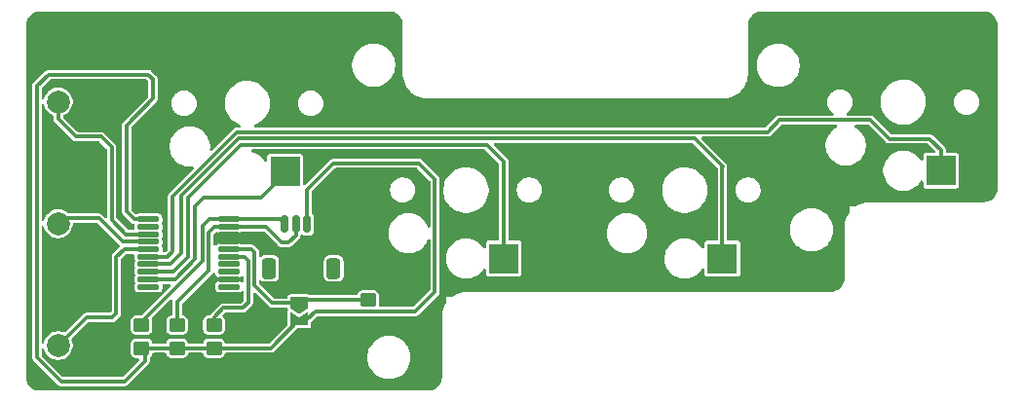
<source format=gbr>
%TF.GenerationSoftware,KiCad,Pcbnew,9.0.0*%
%TF.CreationDate,2025-05-10T10:01:20-07:00*%
%TF.ProjectId,c7k-left-hand,63376b2d-6c65-4667-942d-68616e642e6b,rev?*%
%TF.SameCoordinates,Original*%
%TF.FileFunction,Copper,L2,Bot*%
%TF.FilePolarity,Positive*%
%FSLAX46Y46*%
G04 Gerber Fmt 4.6, Leading zero omitted, Abs format (unit mm)*
G04 Created by KiCad (PCBNEW 9.0.0) date 2025-05-10 10:01:20*
%MOMM*%
%LPD*%
G01*
G04 APERTURE LIST*
G04 Aperture macros list*
%AMRoundRect*
0 Rectangle with rounded corners*
0 $1 Rounding radius*
0 $2 $3 $4 $5 $6 $7 $8 $9 X,Y pos of 4 corners*
0 Add a 4 corners polygon primitive as box body*
4,1,4,$2,$3,$4,$5,$6,$7,$8,$9,$2,$3,0*
0 Add four circle primitives for the rounded corners*
1,1,$1+$1,$2,$3*
1,1,$1+$1,$4,$5*
1,1,$1+$1,$6,$7*
1,1,$1+$1,$8,$9*
0 Add four rect primitives between the rounded corners*
20,1,$1+$1,$2,$3,$4,$5,0*
20,1,$1+$1,$4,$5,$6,$7,0*
20,1,$1+$1,$6,$7,$8,$9,0*
20,1,$1+$1,$8,$9,$2,$3,0*%
%AMFreePoly0*
4,1,6,1.000000,0.000000,0.500000,-0.750000,-0.500000,-0.750000,-0.500000,0.750000,0.500000,0.750000,1.000000,0.000000,1.000000,0.000000,$1*%
%AMFreePoly1*
4,1,6,0.500000,-0.750000,-0.650000,-0.750000,-0.150000,0.000000,-0.650000,0.750000,0.500000,0.750000,0.500000,-0.750000,0.500000,-0.750000,$1*%
G04 Aperture macros list end*
%TA.AperFunction,ComponentPad*%
%ADD10C,2.000000*%
%TD*%
%TA.AperFunction,SMDPad,CuDef*%
%ADD11R,2.600000X2.600000*%
%TD*%
%TA.AperFunction,SMDPad,CuDef*%
%ADD12FreePoly0,270.000000*%
%TD*%
%TA.AperFunction,SMDPad,CuDef*%
%ADD13FreePoly1,270.000000*%
%TD*%
%TA.AperFunction,SMDPad,CuDef*%
%ADD14RoundRect,0.250000X0.450000X-0.350000X0.450000X0.350000X-0.450000X0.350000X-0.450000X-0.350000X0*%
%TD*%
%TA.AperFunction,SMDPad,CuDef*%
%ADD15RoundRect,0.125000X0.825000X0.125000X-0.825000X0.125000X-0.825000X-0.125000X0.825000X-0.125000X0*%
%TD*%
%TA.AperFunction,SMDPad,CuDef*%
%ADD16RoundRect,0.250000X-0.450000X0.350000X-0.450000X-0.350000X0.450000X-0.350000X0.450000X0.350000X0*%
%TD*%
%TA.AperFunction,SMDPad,CuDef*%
%ADD17RoundRect,0.150000X0.150000X0.625000X-0.150000X0.625000X-0.150000X-0.625000X0.150000X-0.625000X0*%
%TD*%
%TA.AperFunction,SMDPad,CuDef*%
%ADD18RoundRect,0.250000X0.350000X0.650000X-0.350000X0.650000X-0.350000X-0.650000X0.350000X-0.650000X0*%
%TD*%
%TA.AperFunction,Conductor*%
%ADD19C,0.300000*%
%TD*%
G04 APERTURE END LIST*
D10*
%TO.P,SW4,1,1*%
%TO.N,/white*%
X162562500Y-99075000D03*
%TO.P,SW4,2,2*%
%TO.N,GND*%
X162562500Y-94575000D03*
%TO.P,SW4,3,L*%
X165052500Y-100325000D03*
%TO.P,SW4,4,L*%
X165052500Y-93315000D03*
%TD*%
%TO.P,SW5,1,1*%
%TO.N,/alpha*%
X162562500Y-88475000D03*
%TO.P,SW5,2,2*%
%TO.N,GND*%
X162562500Y-83975000D03*
%TO.P,SW5,3,L*%
X165052500Y-89725000D03*
%TO.P,SW5,4,L*%
X165052500Y-82715000D03*
%TD*%
D11*
%TO.P,SW0,1,1*%
%TO.N,/index*%
X182275000Y-83950000D03*
%TO.P,SW0,2,2*%
%TO.N,GND*%
X170725000Y-81750000D03*
%TD*%
D10*
%TO.P,SW6,1,1*%
%TO.N,/numeric*%
X162562500Y-77875000D03*
%TO.P,SW6,2,2*%
%TO.N,GND*%
X162562500Y-73375000D03*
%TO.P,SW6,3,L*%
X165052500Y-79125000D03*
%TO.P,SW6,4,L*%
X165052500Y-72115000D03*
%TD*%
D11*
%TO.P,SW2,1,1*%
%TO.N,/ring*%
X220275000Y-91500000D03*
%TO.P,SW2,2,2*%
%TO.N,GND*%
X208725000Y-89300000D03*
%TD*%
%TO.P,SW3,1,1*%
%TO.N,/pinky*%
X239275000Y-83850000D03*
%TO.P,SW3,2,2*%
%TO.N,GND*%
X227725000Y-81650000D03*
%TD*%
%TO.P,SW1,1,1*%
%TO.N,/middle*%
X201275000Y-91500000D03*
%TO.P,SW1,2,2*%
%TO.N,GND*%
X189725000Y-89300000D03*
%TD*%
D12*
%TO.P,JP1,1,A*%
%TO.N,/A0*%
X183500000Y-95375000D03*
D13*
%TO.P,JP1,2,B*%
%TO.N,VCC*%
X183500000Y-96825000D03*
%TD*%
D14*
%TO.P,R1,1*%
%TO.N,VCC*%
X172900000Y-99300000D03*
%TO.P,R1,2*%
%TO.N,/SDA*%
X172900000Y-97300000D03*
%TD*%
D15*
%TO.P,U1,1,SCL*%
%TO.N,/SCL*%
X177400000Y-88100000D03*
%TO.P,U1,2,SDA*%
%TO.N,/SDA*%
X177400000Y-88750000D03*
%TO.P,U1,3,A2*%
%TO.N,GND*%
X177400000Y-89400000D03*
%TO.P,U1,4,A1*%
X177400000Y-90050000D03*
%TO.P,U1,5,A0*%
%TO.N,/A0*%
X177400000Y-90700000D03*
%TO.P,U1,6,~{RESET}*%
%TO.N,Net-(U1-~{RESET})*%
X177400000Y-91350000D03*
%TO.P,U1,7,NC*%
%TO.N,unconnected-(U1-NC-Pad7)*%
X177400000Y-92000000D03*
%TO.P,U1,8,INT*%
%TO.N,unconnected-(U1-INT-Pad8)*%
X177400000Y-92650000D03*
%TO.P,U1,9,VSS*%
%TO.N,GND*%
X177400000Y-93300000D03*
%TO.P,U1,10,NC*%
%TO.N,unconnected-(U1-NC-Pad10)*%
X177400000Y-93950000D03*
%TO.P,U1,11,NC*%
%TO.N,unconnected-(U1-NC-Pad11)*%
X170400000Y-93950000D03*
%TO.P,U1,12,GP0*%
%TO.N,/index*%
X170400000Y-93300000D03*
%TO.P,U1,13,GP1*%
%TO.N,/middle*%
X170400000Y-92650000D03*
%TO.P,U1,14,GP2*%
%TO.N,/ring*%
X170400000Y-92000000D03*
%TO.P,U1,15,GP3*%
%TO.N,/pinky*%
X170400000Y-91350000D03*
%TO.P,U1,16,GP4*%
%TO.N,/white*%
X170400000Y-90700000D03*
%TO.P,U1,17,GP5*%
%TO.N,/alpha*%
X170400000Y-90050000D03*
%TO.P,U1,18,GP6*%
%TO.N,/numeric*%
X170400000Y-89400000D03*
%TO.P,U1,19,GP7*%
%TO.N,unconnected-(U1-GP7-Pad19)*%
X170400000Y-88750000D03*
%TO.P,U1,20,VDD*%
%TO.N,VCC*%
X170400000Y-88100000D03*
%TD*%
D14*
%TO.P,R3,1*%
%TO.N,GND*%
X189500000Y-97100000D03*
%TO.P,R3,2*%
%TO.N,/A0*%
X189500000Y-95100000D03*
%TD*%
%TO.P,R4,1*%
%TO.N,VCC*%
X176100000Y-99300000D03*
%TO.P,R4,2*%
%TO.N,Net-(U1-~{RESET})*%
X176100000Y-97300000D03*
%TD*%
D16*
%TO.P,R6,1*%
%TO.N,GND*%
X169100000Y-74500000D03*
%TO.P,R6,2*%
X169100000Y-76500000D03*
%TD*%
D17*
%TO.P,J1,1,Pin_1*%
%TO.N,GND*%
X185200000Y-88500000D03*
%TO.P,J1,2,Pin_2*%
%TO.N,VCC*%
X184200000Y-88500000D03*
%TO.P,J1,3,Pin_3*%
%TO.N,/SDA*%
X183200000Y-88500000D03*
%TO.P,J1,4,Pin_4*%
%TO.N,/SCL*%
X182200000Y-88500000D03*
D18*
%TO.P,J1,MP*%
%TO.N,N/C*%
X186500000Y-92375000D03*
X180900000Y-92375000D03*
%TD*%
D14*
%TO.P,R5,1*%
%TO.N,GND*%
X192800000Y-97100000D03*
%TO.P,R5,2*%
X192800000Y-95100000D03*
%TD*%
%TO.P,R2,1*%
%TO.N,VCC*%
X169800000Y-99300000D03*
%TO.P,R2,2*%
%TO.N,/SCL*%
X169800000Y-97300000D03*
%TD*%
D19*
%TO.N,/SCL*%
X181800000Y-88100000D02*
X182200000Y-88500000D01*
X177400000Y-88100000D02*
X181800000Y-88100000D01*
X175700000Y-88100000D02*
X175100000Y-88700000D01*
X175100000Y-88700000D02*
X175100000Y-91700000D01*
X169800000Y-97000000D02*
X169800000Y-97300000D01*
X170100000Y-97000000D02*
X169800000Y-97300000D01*
X175100000Y-91700000D02*
X169800000Y-97000000D01*
X177400000Y-88100000D02*
X175700000Y-88100000D01*
%TO.N,/SDA*%
X172900000Y-95300000D02*
X175650000Y-92550000D01*
X175650000Y-89250000D02*
X176150000Y-88750000D01*
X182600000Y-90100000D02*
X183200000Y-89500000D01*
X176150000Y-88750000D02*
X177400000Y-88750000D01*
X180620000Y-88750000D02*
X181970000Y-90100000D01*
X181970000Y-90100000D02*
X182600000Y-90100000D01*
X183200000Y-89500000D02*
X183200000Y-88500000D01*
X177400000Y-88750000D02*
X180620000Y-88750000D01*
X172900000Y-97300000D02*
X172900000Y-95300000D01*
X175650000Y-92550000D02*
X175650000Y-89250000D01*
%TO.N,VCC*%
X161700000Y-75500000D02*
X170400000Y-75500000D01*
X176100000Y-99300000D02*
X181025000Y-99300000D01*
X160700000Y-100100000D02*
X160700000Y-76500000D01*
X184200000Y-88500000D02*
X184200000Y-85500000D01*
X181025000Y-99300000D02*
X183500000Y-96825000D01*
X184200000Y-85500000D02*
X186500000Y-83200000D01*
X169200000Y-88100000D02*
X170400000Y-88100000D01*
X195300000Y-94400000D02*
X193600000Y-96100000D01*
X169800000Y-99300000D02*
X170100000Y-99600000D01*
X195300000Y-84600000D02*
X195300000Y-94400000D01*
X172900000Y-99300000D02*
X176100000Y-99300000D01*
X170800000Y-77600000D02*
X168500000Y-79900000D01*
X186500000Y-83200000D02*
X193900000Y-83200000D01*
X170100000Y-99600000D02*
X170100000Y-100400000D01*
X168500000Y-79900000D02*
X168500000Y-87400000D01*
X169800000Y-99300000D02*
X172900000Y-99300000D01*
X193600000Y-96100000D02*
X184900000Y-96100000D01*
X170100000Y-100400000D02*
X168300000Y-102200000D01*
X168300000Y-102200000D02*
X162800000Y-102200000D01*
X162800000Y-102200000D02*
X160700000Y-100100000D01*
X170800000Y-75900000D02*
X170800000Y-77600000D01*
X170400000Y-75500000D02*
X170800000Y-75900000D01*
X193900000Y-83200000D02*
X195300000Y-84600000D01*
X160700000Y-76500000D02*
X161700000Y-75500000D01*
X184900000Y-96100000D02*
X184175000Y-96825000D01*
X168500000Y-87400000D02*
X169200000Y-88100000D01*
X184175000Y-96825000D02*
X183500000Y-96825000D01*
%TO.N,/A0*%
X177400000Y-90700000D02*
X179350000Y-90700000D01*
X181165000Y-95375000D02*
X183500000Y-95375000D01*
X179620000Y-93830000D02*
X181165000Y-95375000D01*
X183775000Y-95100000D02*
X183500000Y-95375000D01*
X179350000Y-90700000D02*
X179620000Y-90970000D01*
X179620000Y-90970000D02*
X179620000Y-93830000D01*
X189500000Y-95100000D02*
X183775000Y-95100000D01*
%TO.N,Net-(U1-~{RESET})*%
X179090000Y-91690000D02*
X179090000Y-95310000D01*
X176900000Y-95800000D02*
X176100000Y-96600000D01*
X176100000Y-96600000D02*
X176100000Y-97300000D01*
X177400000Y-91350000D02*
X178750000Y-91350000D01*
X178600000Y-95800000D02*
X176900000Y-95800000D01*
X179090000Y-95310000D02*
X178600000Y-95800000D01*
X178750000Y-91350000D02*
X179090000Y-91690000D01*
%TO.N,/index*%
X170400000Y-93300000D02*
X172700000Y-93300000D01*
X182275000Y-84125000D02*
X182275000Y-83950000D01*
X175200000Y-86200000D02*
X180200000Y-86200000D01*
X174445560Y-91554440D02*
X174445560Y-86954440D01*
X172700000Y-93300000D02*
X174445560Y-91554440D01*
X180200000Y-86200000D02*
X182275000Y-84125000D01*
X174445560Y-86954440D02*
X175200000Y-86200000D01*
%TO.N,/middle*%
X172550000Y-92650000D02*
X170400000Y-92650000D01*
X201275000Y-83125000D02*
X201275000Y-91500000D01*
X201300000Y-83100000D02*
X201275000Y-83125000D01*
X173833258Y-91366742D02*
X173833258Y-86175262D01*
X172550000Y-92650000D02*
X173833258Y-91366742D01*
X199800000Y-81600000D02*
X201300000Y-83100000D01*
X178408520Y-81600000D02*
X199800000Y-81600000D01*
X173833258Y-86175262D02*
X178408520Y-81600000D01*
%TO.N,/ring*%
X173230524Y-91069476D02*
X173230524Y-86069476D01*
X220300000Y-83500000D02*
X220275000Y-83525000D01*
X172300000Y-92000000D02*
X173230524Y-91069476D01*
X173230524Y-86069476D02*
X178249999Y-81050001D01*
X172300000Y-92000000D02*
X170400000Y-92000000D01*
X178249999Y-81050001D02*
X217850001Y-81050001D01*
X220275000Y-83525000D02*
X220275000Y-91500000D01*
X217850001Y-81050001D02*
X220300000Y-83500000D01*
%TO.N,/pinky*%
X178044478Y-80549001D02*
X178094479Y-80499000D01*
X177748999Y-80842481D02*
X178042478Y-80549001D01*
X178094479Y-80499000D02*
X224199000Y-80499000D01*
X172729524Y-85863955D02*
X172729524Y-85861955D01*
X234800000Y-81100000D02*
X233150000Y-79450000D01*
X239275000Y-82075000D02*
X238300000Y-81100000D01*
X172729524Y-85861955D02*
X177748999Y-80842481D01*
X239275000Y-83850000D02*
X239275000Y-82075000D01*
X172503416Y-86090063D02*
X172729524Y-85863955D01*
X170400000Y-91350000D02*
X172050000Y-91350000D01*
X172050000Y-91350000D02*
X172503416Y-90896584D01*
X224199000Y-80499000D02*
X224204800Y-80499000D01*
X238300000Y-81100000D02*
X234800000Y-81100000D01*
X178042478Y-80549001D02*
X178044478Y-80549001D01*
X233150000Y-79450000D02*
X225248000Y-79450000D01*
X172503416Y-90896584D02*
X172503416Y-86090063D01*
X225248000Y-79450000D02*
X224199000Y-80499000D01*
X238950000Y-83850000D02*
X239275000Y-83850000D01*
%TO.N,/white*%
X168300000Y-90700000D02*
X167600000Y-91400000D01*
X167270000Y-96630000D02*
X165010000Y-96630000D01*
X163237500Y-98400000D02*
X162562500Y-99075000D01*
X170400000Y-90700000D02*
X168300000Y-90700000D01*
X163240000Y-98400000D02*
X163237500Y-98400000D01*
X167600000Y-91400000D02*
X167600000Y-96300000D01*
X165010000Y-96630000D02*
X163240000Y-98400000D01*
X167600000Y-96300000D02*
X167270000Y-96630000D01*
%TO.N,/alpha*%
X166100000Y-88000000D02*
X163037500Y-88000000D01*
X163037500Y-88000000D02*
X162562500Y-88475000D01*
X170400000Y-90050000D02*
X168150000Y-90050000D01*
X168150000Y-90050000D02*
X166100000Y-88000000D01*
%TO.N,/numeric*%
X167200000Y-81800000D02*
X166300000Y-80900000D01*
X168450000Y-89400000D02*
X167200000Y-88150000D01*
X166300000Y-80900000D02*
X164100000Y-80900000D01*
X167200000Y-88150000D02*
X167200000Y-81800000D01*
X162562500Y-79362500D02*
X162562500Y-77875000D01*
X164100000Y-80900000D02*
X162562500Y-79362500D01*
X170400000Y-89400000D02*
X168450000Y-89400000D01*
%TD*%
%TA.AperFunction,Conductor*%
%TO.N,GND*%
G36*
X169142539Y-91120185D02*
G01*
X169188294Y-91172989D01*
X169199500Y-91224500D01*
X169199500Y-91510636D01*
X169205267Y-91550216D01*
X169210134Y-91583625D01*
X169228181Y-91620542D01*
X169239938Y-91689416D01*
X169228181Y-91729458D01*
X169217895Y-91750500D01*
X169210134Y-91766375D01*
X169199500Y-91839364D01*
X169199500Y-92160636D01*
X169210134Y-92233625D01*
X169228181Y-92270542D01*
X169239938Y-92339416D01*
X169228181Y-92379458D01*
X169210879Y-92414852D01*
X169210134Y-92416375D01*
X169199500Y-92489364D01*
X169199500Y-92810636D01*
X169203136Y-92835592D01*
X169210134Y-92883625D01*
X169228181Y-92920542D01*
X169239938Y-92989416D01*
X169228181Y-93029458D01*
X169216566Y-93053219D01*
X169210134Y-93066375D01*
X169199500Y-93139364D01*
X169199500Y-93460636D01*
X169208950Y-93525498D01*
X169210134Y-93533625D01*
X169228181Y-93570542D01*
X169239938Y-93639416D01*
X169228181Y-93679458D01*
X169210136Y-93716371D01*
X169210134Y-93716375D01*
X169199500Y-93789364D01*
X169199500Y-94110636D01*
X169210134Y-94183625D01*
X169210134Y-94183626D01*
X169210135Y-94183628D01*
X169265172Y-94296210D01*
X169353789Y-94384827D01*
X169450395Y-94432054D01*
X169466375Y-94439866D01*
X169539364Y-94450500D01*
X169539370Y-94450500D01*
X171260630Y-94450500D01*
X171260636Y-94450500D01*
X171333625Y-94439866D01*
X171411936Y-94401582D01*
X171446210Y-94384827D01*
X171534827Y-94296210D01*
X171565187Y-94234107D01*
X171589866Y-94183625D01*
X171600500Y-94110636D01*
X171600500Y-93824500D01*
X171620185Y-93757461D01*
X171672989Y-93711706D01*
X171724500Y-93700500D01*
X172233745Y-93700500D01*
X172300784Y-93720185D01*
X172346539Y-93772989D01*
X172356483Y-93842147D01*
X172327458Y-93905703D01*
X172321426Y-93912181D01*
X169820424Y-96413181D01*
X169759101Y-96446666D01*
X169732743Y-96449500D01*
X169302129Y-96449500D01*
X169302123Y-96449501D01*
X169242516Y-96455908D01*
X169107671Y-96506202D01*
X169107664Y-96506206D01*
X168992455Y-96592452D01*
X168992452Y-96592455D01*
X168906206Y-96707664D01*
X168906202Y-96707671D01*
X168855908Y-96842517D01*
X168849501Y-96902116D01*
X168849501Y-96902123D01*
X168849500Y-96902135D01*
X168849500Y-97697870D01*
X168849501Y-97697876D01*
X168855908Y-97757483D01*
X168906202Y-97892328D01*
X168906206Y-97892335D01*
X168992452Y-98007544D01*
X168992455Y-98007547D01*
X169107664Y-98093793D01*
X169107671Y-98093797D01*
X169242517Y-98144091D01*
X169242516Y-98144091D01*
X169249444Y-98144835D01*
X169302127Y-98150500D01*
X170297872Y-98150499D01*
X170357483Y-98144091D01*
X170492331Y-98093796D01*
X170607546Y-98007546D01*
X170693796Y-97892331D01*
X170744091Y-97757483D01*
X170750500Y-97697873D01*
X170750499Y-96902128D01*
X170744091Y-96842517D01*
X170712115Y-96756787D01*
X170707132Y-96687097D01*
X170740615Y-96625776D01*
X172311498Y-95054893D01*
X172372821Y-95021409D01*
X172442513Y-95026393D01*
X172498446Y-95068265D01*
X172522863Y-95133729D01*
X172518954Y-95174667D01*
X172499500Y-95247271D01*
X172499500Y-96327648D01*
X172479815Y-96394687D01*
X172427011Y-96440442D01*
X172388755Y-96450938D01*
X172342516Y-96455909D01*
X172207671Y-96506202D01*
X172207664Y-96506206D01*
X172092455Y-96592452D01*
X172092452Y-96592455D01*
X172006206Y-96707664D01*
X172006202Y-96707671D01*
X171955908Y-96842517D01*
X171949501Y-96902116D01*
X171949501Y-96902123D01*
X171949500Y-96902135D01*
X171949500Y-97697870D01*
X171949501Y-97697876D01*
X171955908Y-97757483D01*
X172006202Y-97892328D01*
X172006206Y-97892335D01*
X172092452Y-98007544D01*
X172092455Y-98007547D01*
X172207664Y-98093793D01*
X172207671Y-98093797D01*
X172342517Y-98144091D01*
X172342516Y-98144091D01*
X172349444Y-98144835D01*
X172402127Y-98150500D01*
X173397872Y-98150499D01*
X173457483Y-98144091D01*
X173592331Y-98093796D01*
X173707546Y-98007546D01*
X173793796Y-97892331D01*
X173844091Y-97757483D01*
X173850500Y-97697873D01*
X173850499Y-96902128D01*
X173844091Y-96842517D01*
X173793796Y-96707669D01*
X173793795Y-96707668D01*
X173793793Y-96707664D01*
X173707547Y-96592455D01*
X173707544Y-96592452D01*
X173592335Y-96506206D01*
X173592328Y-96506202D01*
X173457483Y-96455908D01*
X173411243Y-96450937D01*
X173346693Y-96424199D01*
X173306845Y-96366806D01*
X173300500Y-96327648D01*
X173300500Y-95517255D01*
X173320185Y-95450216D01*
X173336819Y-95429574D01*
X174604402Y-94161991D01*
X175970480Y-92795913D01*
X175973042Y-92791474D01*
X176023603Y-92743259D01*
X176092209Y-92730031D01*
X176157075Y-92755994D01*
X176197608Y-92812905D01*
X176203135Y-92835592D01*
X176210133Y-92883624D01*
X176210134Y-92883627D01*
X176265172Y-92996210D01*
X176353789Y-93084827D01*
X176433454Y-93123772D01*
X176466375Y-93139866D01*
X176539364Y-93150500D01*
X176539370Y-93150500D01*
X178260630Y-93150500D01*
X178260636Y-93150500D01*
X178333625Y-93139866D01*
X178391118Y-93111759D01*
X178446210Y-93084827D01*
X178446212Y-93084825D01*
X178477819Y-93053219D01*
X178539142Y-93019734D01*
X178608834Y-93024718D01*
X178664767Y-93066590D01*
X178689184Y-93132054D01*
X178689500Y-93140900D01*
X178689500Y-93459100D01*
X178669815Y-93526139D01*
X178617011Y-93571894D01*
X178547853Y-93581838D01*
X178484297Y-93552813D01*
X178477819Y-93546781D01*
X178446210Y-93515172D01*
X178333628Y-93460135D01*
X178333626Y-93460134D01*
X178333625Y-93460134D01*
X178260636Y-93449500D01*
X176539364Y-93449500D01*
X176466375Y-93460134D01*
X176466373Y-93460134D01*
X176466371Y-93460135D01*
X176353789Y-93515172D01*
X176265172Y-93603789D01*
X176210135Y-93716371D01*
X176210134Y-93716373D01*
X176210134Y-93716375D01*
X176199500Y-93789364D01*
X176199500Y-94110636D01*
X176210134Y-94183625D01*
X176210134Y-94183626D01*
X176210135Y-94183628D01*
X176265172Y-94296210D01*
X176353789Y-94384827D01*
X176450395Y-94432054D01*
X176466375Y-94439866D01*
X176539364Y-94450500D01*
X176539370Y-94450500D01*
X178260630Y-94450500D01*
X178260636Y-94450500D01*
X178333625Y-94439866D01*
X178411936Y-94401582D01*
X178446210Y-94384827D01*
X178446212Y-94384825D01*
X178477819Y-94353219D01*
X178539142Y-94319734D01*
X178608834Y-94324718D01*
X178664767Y-94366590D01*
X178689184Y-94432054D01*
X178689500Y-94440900D01*
X178689500Y-95092745D01*
X178669815Y-95159784D01*
X178653181Y-95180426D01*
X178470426Y-95363181D01*
X178409103Y-95396666D01*
X178382745Y-95399500D01*
X176847273Y-95399500D01*
X176745410Y-95426793D01*
X176654087Y-95479520D01*
X176654084Y-95479522D01*
X175779522Y-96354084D01*
X175779518Y-96354090D01*
X175760227Y-96387502D01*
X175709659Y-96435717D01*
X175652843Y-96449500D01*
X175602130Y-96449500D01*
X175602123Y-96449501D01*
X175542516Y-96455908D01*
X175407671Y-96506202D01*
X175407664Y-96506206D01*
X175292455Y-96592452D01*
X175292452Y-96592455D01*
X175206206Y-96707664D01*
X175206202Y-96707671D01*
X175155908Y-96842517D01*
X175149501Y-96902116D01*
X175149501Y-96902123D01*
X175149500Y-96902135D01*
X175149500Y-97697870D01*
X175149501Y-97697876D01*
X175155908Y-97757483D01*
X175206202Y-97892328D01*
X175206206Y-97892335D01*
X175292452Y-98007544D01*
X175292455Y-98007547D01*
X175407664Y-98093793D01*
X175407671Y-98093797D01*
X175542517Y-98144091D01*
X175542516Y-98144091D01*
X175549444Y-98144835D01*
X175602127Y-98150500D01*
X176597872Y-98150499D01*
X176657483Y-98144091D01*
X176792331Y-98093796D01*
X176907546Y-98007546D01*
X176993796Y-97892331D01*
X177044091Y-97757483D01*
X177050500Y-97697873D01*
X177050499Y-96902128D01*
X177044091Y-96842517D01*
X176993796Y-96707669D01*
X176993795Y-96707668D01*
X176993793Y-96707664D01*
X176907547Y-96592455D01*
X176907544Y-96592452D01*
X176888507Y-96578201D01*
X176877824Y-96563930D01*
X176863550Y-96553245D01*
X176857319Y-96536539D01*
X176846636Y-96522268D01*
X176845364Y-96504484D01*
X176839134Y-96487780D01*
X176842923Y-96470358D01*
X176841652Y-96452576D01*
X176850196Y-96436928D01*
X176853986Y-96419507D01*
X176875129Y-96391262D01*
X177029575Y-96236816D01*
X177090898Y-96203334D01*
X177117255Y-96200500D01*
X178652725Y-96200500D01*
X178652727Y-96200500D01*
X178754588Y-96173207D01*
X178845913Y-96120480D01*
X179325706Y-95640684D01*
X179325711Y-95640681D01*
X179335911Y-95630480D01*
X179335913Y-95630480D01*
X179410480Y-95555913D01*
X179463207Y-95464587D01*
X179465886Y-95454588D01*
X179490501Y-95362727D01*
X179490501Y-95257273D01*
X179490500Y-95257269D01*
X179490500Y-94566255D01*
X179510185Y-94499216D01*
X179562989Y-94453461D01*
X179632147Y-94443517D01*
X179695703Y-94472542D01*
X179702181Y-94478574D01*
X180919087Y-95695480D01*
X181010412Y-95748207D01*
X181112273Y-95775500D01*
X181217727Y-95775500D01*
X182372320Y-95775500D01*
X182439359Y-95795185D01*
X182485114Y-95847989D01*
X182492147Y-95867602D01*
X182494727Y-95877294D01*
X182499462Y-95925108D01*
X182521714Y-95978671D01*
X182523848Y-95986687D01*
X182523161Y-96013653D01*
X182526074Y-96040474D01*
X182522137Y-96053905D01*
X182522071Y-96056534D01*
X182520833Y-96058355D01*
X182518583Y-96066036D01*
X182513947Y-96077226D01*
X182494500Y-96174995D01*
X182494500Y-97212745D01*
X182474815Y-97279784D01*
X182458181Y-97300426D01*
X180895426Y-98863181D01*
X180834103Y-98896666D01*
X180807745Y-98899500D01*
X177151440Y-98899500D01*
X177084401Y-98879815D01*
X177038646Y-98827011D01*
X177035258Y-98818833D01*
X176993797Y-98707671D01*
X176993793Y-98707664D01*
X176907547Y-98592455D01*
X176907544Y-98592452D01*
X176792335Y-98506206D01*
X176792328Y-98506202D01*
X176657482Y-98455908D01*
X176657483Y-98455908D01*
X176597883Y-98449501D01*
X176597881Y-98449500D01*
X176597873Y-98449500D01*
X176597864Y-98449500D01*
X175602129Y-98449500D01*
X175602123Y-98449501D01*
X175542516Y-98455908D01*
X175407671Y-98506202D01*
X175407664Y-98506206D01*
X175292455Y-98592452D01*
X175292452Y-98592455D01*
X175206206Y-98707664D01*
X175206202Y-98707671D01*
X175164742Y-98818833D01*
X175122871Y-98874767D01*
X175057407Y-98899184D01*
X175048560Y-98899500D01*
X173951440Y-98899500D01*
X173884401Y-98879815D01*
X173838646Y-98827011D01*
X173835258Y-98818833D01*
X173793797Y-98707671D01*
X173793793Y-98707664D01*
X173707547Y-98592455D01*
X173707544Y-98592452D01*
X173592335Y-98506206D01*
X173592328Y-98506202D01*
X173457482Y-98455908D01*
X173457483Y-98455908D01*
X173397883Y-98449501D01*
X173397881Y-98449500D01*
X173397873Y-98449500D01*
X173397864Y-98449500D01*
X172402129Y-98449500D01*
X172402123Y-98449501D01*
X172342516Y-98455908D01*
X172207671Y-98506202D01*
X172207664Y-98506206D01*
X172092455Y-98592452D01*
X172092452Y-98592455D01*
X172006206Y-98707664D01*
X172006202Y-98707671D01*
X171964742Y-98818833D01*
X171922871Y-98874767D01*
X171857407Y-98899184D01*
X171848560Y-98899500D01*
X170851440Y-98899500D01*
X170784401Y-98879815D01*
X170738646Y-98827011D01*
X170735258Y-98818833D01*
X170693797Y-98707671D01*
X170693793Y-98707664D01*
X170607547Y-98592455D01*
X170607544Y-98592452D01*
X170492335Y-98506206D01*
X170492328Y-98506202D01*
X170357482Y-98455908D01*
X170357483Y-98455908D01*
X170297883Y-98449501D01*
X170297881Y-98449500D01*
X170297873Y-98449500D01*
X170297864Y-98449500D01*
X169302129Y-98449500D01*
X169302123Y-98449501D01*
X169242516Y-98455908D01*
X169107671Y-98506202D01*
X169107664Y-98506206D01*
X168992455Y-98592452D01*
X168992452Y-98592455D01*
X168906206Y-98707664D01*
X168906202Y-98707671D01*
X168855908Y-98842517D01*
X168849501Y-98902116D01*
X168849500Y-98902135D01*
X168849500Y-99697870D01*
X168849501Y-99697876D01*
X168855908Y-99757483D01*
X168906202Y-99892328D01*
X168906206Y-99892335D01*
X168992452Y-100007544D01*
X168992455Y-100007547D01*
X169107664Y-100093793D01*
X169107671Y-100093797D01*
X169152618Y-100110561D01*
X169242517Y-100144091D01*
X169302127Y-100150500D01*
X169483745Y-100150499D01*
X169550784Y-100170183D01*
X169596539Y-100222987D01*
X169606483Y-100292145D01*
X169577458Y-100355701D01*
X169571426Y-100362180D01*
X168170426Y-101763181D01*
X168109103Y-101796666D01*
X168082745Y-101799500D01*
X163017255Y-101799500D01*
X162950216Y-101779815D01*
X162929574Y-101763181D01*
X161136819Y-99970426D01*
X161103334Y-99909103D01*
X161100500Y-99882745D01*
X161100500Y-99405037D01*
X161120185Y-99337998D01*
X161172989Y-99292243D01*
X161242147Y-99282299D01*
X161305703Y-99311324D01*
X161342431Y-99366718D01*
X161403617Y-99555029D01*
X161477794Y-99700608D01*
X161492976Y-99730405D01*
X161608672Y-99889646D01*
X161747854Y-100028828D01*
X161907095Y-100144524D01*
X161957454Y-100170183D01*
X162082470Y-100233882D01*
X162082472Y-100233882D01*
X162082475Y-100233884D01*
X162146195Y-100254588D01*
X162269673Y-100294709D01*
X162464078Y-100325500D01*
X162464083Y-100325500D01*
X162660922Y-100325500D01*
X162855326Y-100294709D01*
X162863217Y-100292145D01*
X163042525Y-100233884D01*
X163217905Y-100144524D01*
X163377146Y-100028828D01*
X163516328Y-99889646D01*
X163632024Y-99730405D01*
X163721384Y-99555025D01*
X163782209Y-99367826D01*
X163786933Y-99337998D01*
X163813000Y-99173422D01*
X163813000Y-98976577D01*
X163782209Y-98782173D01*
X163758001Y-98707671D01*
X163721384Y-98594975D01*
X163721381Y-98594969D01*
X163720879Y-98593756D01*
X163720825Y-98593258D01*
X163719878Y-98590342D01*
X163720490Y-98590142D01*
X163713415Y-98524286D01*
X163744693Y-98461809D01*
X163747733Y-98458658D01*
X165139574Y-97066819D01*
X165200897Y-97033334D01*
X165227255Y-97030500D01*
X167322725Y-97030500D01*
X167322727Y-97030500D01*
X167424588Y-97003207D01*
X167515913Y-96950480D01*
X167920480Y-96545913D01*
X167961183Y-96475413D01*
X167973207Y-96454587D01*
X168000500Y-96352727D01*
X168000500Y-91617255D01*
X168020185Y-91550216D01*
X168036819Y-91529574D01*
X168429574Y-91136819D01*
X168490897Y-91103334D01*
X168517255Y-91100500D01*
X169075500Y-91100500D01*
X169142539Y-91120185D01*
G37*
%TD.AperFunction*%
%TA.AperFunction,Conductor*%
G36*
X165949784Y-88420185D02*
G01*
X165970426Y-88436819D01*
X167895925Y-90362318D01*
X167929410Y-90423641D01*
X167924426Y-90493333D01*
X167895925Y-90537680D01*
X167279522Y-91154084D01*
X167279520Y-91154087D01*
X167226793Y-91245410D01*
X167200587Y-91343214D01*
X167199500Y-91347272D01*
X167199500Y-96082745D01*
X167190855Y-96112185D01*
X167184332Y-96142172D01*
X167180577Y-96147187D01*
X167179815Y-96149784D01*
X167163181Y-96170426D01*
X167140426Y-96193181D01*
X167079103Y-96226666D01*
X167052745Y-96229500D01*
X164957273Y-96229500D01*
X164855410Y-96256793D01*
X164764087Y-96309520D01*
X164764084Y-96309522D01*
X163182389Y-97891216D01*
X163121066Y-97924701D01*
X163051374Y-97919717D01*
X163047092Y-97917841D01*
X163047034Y-97917983D01*
X163042535Y-97916119D01*
X162855326Y-97855290D01*
X162660922Y-97824500D01*
X162660917Y-97824500D01*
X162464083Y-97824500D01*
X162464078Y-97824500D01*
X162269673Y-97855290D01*
X162082470Y-97916117D01*
X161907094Y-98005476D01*
X161816241Y-98071485D01*
X161747854Y-98121172D01*
X161747852Y-98121174D01*
X161747851Y-98121174D01*
X161608674Y-98260351D01*
X161608674Y-98260352D01*
X161608672Y-98260354D01*
X161565175Y-98320222D01*
X161492976Y-98419594D01*
X161403617Y-98594970D01*
X161342431Y-98783281D01*
X161302993Y-98840956D01*
X161238634Y-98868154D01*
X161169788Y-98856239D01*
X161118312Y-98808995D01*
X161100500Y-98744962D01*
X161100500Y-88805037D01*
X161120185Y-88737998D01*
X161172989Y-88692243D01*
X161242147Y-88682299D01*
X161305703Y-88711324D01*
X161342431Y-88766718D01*
X161403617Y-88955029D01*
X161464746Y-89075000D01*
X161492976Y-89130405D01*
X161608672Y-89289646D01*
X161747854Y-89428828D01*
X161907095Y-89544524D01*
X161938717Y-89560636D01*
X162082470Y-89633882D01*
X162082472Y-89633882D01*
X162082475Y-89633884D01*
X162146195Y-89654588D01*
X162269673Y-89694709D01*
X162464078Y-89725500D01*
X162464083Y-89725500D01*
X162660922Y-89725500D01*
X162855326Y-89694709D01*
X162912912Y-89675998D01*
X163042525Y-89633884D01*
X163217905Y-89544524D01*
X163377146Y-89428828D01*
X163516328Y-89289646D01*
X163632024Y-89130405D01*
X163721384Y-88955025D01*
X163782209Y-88767826D01*
X163787257Y-88735953D01*
X163813000Y-88573422D01*
X163813000Y-88524500D01*
X163832685Y-88457461D01*
X163885489Y-88411706D01*
X163937000Y-88400500D01*
X165882745Y-88400500D01*
X165949784Y-88420185D01*
G37*
%TD.AperFunction*%
%TA.AperFunction,Conductor*%
G36*
X193749784Y-83620185D02*
G01*
X193770426Y-83636819D01*
X194863181Y-84729574D01*
X194896666Y-84790897D01*
X194899500Y-84817255D01*
X194899500Y-88688132D01*
X194879815Y-88755171D01*
X194827011Y-88800926D01*
X194757853Y-88810870D01*
X194694297Y-88781845D01*
X194660939Y-88735585D01*
X194657926Y-88728311D01*
X194573344Y-88524112D01*
X194458611Y-88325388D01*
X194458608Y-88325385D01*
X194458607Y-88325382D01*
X194333618Y-88162495D01*
X194318919Y-88143339D01*
X194318918Y-88143338D01*
X194318911Y-88143330D01*
X194156670Y-87981089D01*
X194156661Y-87981081D01*
X193974617Y-87841392D01*
X193936863Y-87819595D01*
X193815795Y-87749696D01*
X193775890Y-87726657D01*
X193775876Y-87726650D01*
X193563887Y-87638842D01*
X193483684Y-87617352D01*
X193342238Y-87579452D01*
X193304215Y-87574446D01*
X193114741Y-87549500D01*
X193114734Y-87549500D01*
X192885266Y-87549500D01*
X192885258Y-87549500D01*
X192668715Y-87578009D01*
X192657762Y-87579452D01*
X192582941Y-87599500D01*
X192436112Y-87638842D01*
X192224123Y-87726650D01*
X192224109Y-87726657D01*
X192025382Y-87841392D01*
X191843338Y-87981081D01*
X191681081Y-88143338D01*
X191541392Y-88325382D01*
X191426657Y-88524109D01*
X191426650Y-88524123D01*
X191338842Y-88736112D01*
X191320374Y-88805037D01*
X191280186Y-88955025D01*
X191279453Y-88957759D01*
X191279451Y-88957770D01*
X191249500Y-89185258D01*
X191249500Y-89414741D01*
X191274438Y-89604152D01*
X191279452Y-89642238D01*
X191314018Y-89771240D01*
X191338842Y-89863887D01*
X191426650Y-90075876D01*
X191426657Y-90075890D01*
X191541392Y-90274617D01*
X191681081Y-90456661D01*
X191681089Y-90456670D01*
X191843330Y-90618911D01*
X191843338Y-90618918D01*
X192025382Y-90758607D01*
X192025385Y-90758608D01*
X192025388Y-90758611D01*
X192224112Y-90873344D01*
X192224117Y-90873346D01*
X192224123Y-90873349D01*
X192315480Y-90911190D01*
X192436113Y-90961158D01*
X192657762Y-91020548D01*
X192885266Y-91050500D01*
X192885273Y-91050500D01*
X193114727Y-91050500D01*
X193114734Y-91050500D01*
X193342238Y-91020548D01*
X193563887Y-90961158D01*
X193775888Y-90873344D01*
X193974612Y-90758611D01*
X194156661Y-90618919D01*
X194156665Y-90618914D01*
X194156670Y-90618911D01*
X194318911Y-90456670D01*
X194318914Y-90456665D01*
X194318919Y-90456661D01*
X194458611Y-90274612D01*
X194573344Y-90075888D01*
X194660939Y-89864414D01*
X194704780Y-89810011D01*
X194771074Y-89787946D01*
X194838773Y-89805225D01*
X194886384Y-89856362D01*
X194899500Y-89911867D01*
X194899500Y-94182745D01*
X194879815Y-94249784D01*
X194863181Y-94270426D01*
X193470426Y-95663181D01*
X193409103Y-95696666D01*
X193382745Y-95699500D01*
X190566868Y-95699500D01*
X190499829Y-95679815D01*
X190454074Y-95627011D01*
X190443579Y-95562244D01*
X190448416Y-95517255D01*
X190450500Y-95497873D01*
X190450499Y-94702128D01*
X190444091Y-94642517D01*
X190442760Y-94638949D01*
X190393797Y-94507671D01*
X190393793Y-94507664D01*
X190307547Y-94392455D01*
X190307544Y-94392452D01*
X190192335Y-94306206D01*
X190192328Y-94306202D01*
X190057482Y-94255908D01*
X190057483Y-94255908D01*
X189997883Y-94249501D01*
X189997881Y-94249500D01*
X189997873Y-94249500D01*
X189997864Y-94249500D01*
X189002129Y-94249500D01*
X189002123Y-94249501D01*
X188942516Y-94255908D01*
X188807671Y-94306202D01*
X188807664Y-94306206D01*
X188692455Y-94392452D01*
X188692452Y-94392455D01*
X188606206Y-94507664D01*
X188606202Y-94507671D01*
X188564742Y-94618833D01*
X188522871Y-94674767D01*
X188457407Y-94699184D01*
X188448560Y-94699500D01*
X184476013Y-94699500D01*
X184408974Y-94679815D01*
X184407123Y-94678603D01*
X184358197Y-94645912D01*
X184347776Y-94638949D01*
X184347775Y-94638948D01*
X184347774Y-94638948D01*
X184347771Y-94638947D01*
X184250003Y-94619500D01*
X184250000Y-94619500D01*
X182750000Y-94619500D01*
X182749997Y-94619500D01*
X182652228Y-94638947D01*
X182652221Y-94638950D01*
X182569334Y-94694333D01*
X182569333Y-94694334D01*
X182513950Y-94777221D01*
X182513947Y-94777228D01*
X182494561Y-94874691D01*
X182462176Y-94936602D01*
X182401461Y-94971176D01*
X182372944Y-94974500D01*
X181382255Y-94974500D01*
X181315216Y-94954815D01*
X181294574Y-94938181D01*
X180056819Y-93700426D01*
X180042115Y-93673498D01*
X180025523Y-93647680D01*
X180024631Y-93641479D01*
X180023334Y-93639103D01*
X180020500Y-93612745D01*
X180020500Y-93501543D01*
X180040185Y-93434504D01*
X180092989Y-93388749D01*
X180162147Y-93378805D01*
X180218810Y-93402276D01*
X180296761Y-93460630D01*
X180307668Y-93468795D01*
X180307671Y-93468797D01*
X180442517Y-93519091D01*
X180442516Y-93519091D01*
X180449444Y-93519835D01*
X180502127Y-93525500D01*
X181297872Y-93525499D01*
X181357483Y-93519091D01*
X181492331Y-93468796D01*
X181607546Y-93382546D01*
X181693796Y-93267331D01*
X181744091Y-93132483D01*
X181750500Y-93072873D01*
X181750499Y-91677135D01*
X185649500Y-91677135D01*
X185649500Y-93072870D01*
X185649501Y-93072876D01*
X185655908Y-93132483D01*
X185706202Y-93267328D01*
X185706206Y-93267335D01*
X185792452Y-93382544D01*
X185792455Y-93382547D01*
X185907664Y-93468793D01*
X185907671Y-93468797D01*
X186042517Y-93519091D01*
X186042516Y-93519091D01*
X186049444Y-93519835D01*
X186102127Y-93525500D01*
X186897872Y-93525499D01*
X186957483Y-93519091D01*
X187092331Y-93468796D01*
X187207546Y-93382546D01*
X187293796Y-93267331D01*
X187344091Y-93132483D01*
X187350500Y-93072873D01*
X187350499Y-91677128D01*
X187344091Y-91617517D01*
X187343993Y-91617255D01*
X187293797Y-91482671D01*
X187293793Y-91482664D01*
X187207547Y-91367455D01*
X187207544Y-91367452D01*
X187092335Y-91281206D01*
X187092328Y-91281202D01*
X186957482Y-91230908D01*
X186957483Y-91230908D01*
X186897883Y-91224501D01*
X186897881Y-91224500D01*
X186897873Y-91224500D01*
X186897864Y-91224500D01*
X186102129Y-91224500D01*
X186102123Y-91224501D01*
X186042516Y-91230908D01*
X185907671Y-91281202D01*
X185907664Y-91281206D01*
X185792455Y-91367452D01*
X185792452Y-91367455D01*
X185706206Y-91482664D01*
X185706202Y-91482671D01*
X185655908Y-91617517D01*
X185649501Y-91677116D01*
X185649501Y-91677123D01*
X185649500Y-91677135D01*
X181750499Y-91677135D01*
X181750499Y-91677128D01*
X181744091Y-91617517D01*
X181743993Y-91617255D01*
X181693797Y-91482671D01*
X181693793Y-91482664D01*
X181607547Y-91367455D01*
X181607544Y-91367452D01*
X181492335Y-91281206D01*
X181492328Y-91281202D01*
X181357482Y-91230908D01*
X181357483Y-91230908D01*
X181297883Y-91224501D01*
X181297881Y-91224500D01*
X181297873Y-91224500D01*
X181297864Y-91224500D01*
X180502129Y-91224500D01*
X180502123Y-91224501D01*
X180442516Y-91230908D01*
X180307671Y-91281202D01*
X180307669Y-91281204D01*
X180218811Y-91347723D01*
X180206188Y-91352430D01*
X180196011Y-91361250D01*
X180174095Y-91364401D01*
X180153347Y-91372140D01*
X180140185Y-91369276D01*
X180126853Y-91371194D01*
X180106708Y-91361994D01*
X180085074Y-91357288D01*
X180075551Y-91347765D01*
X180063297Y-91342169D01*
X180051324Y-91323539D01*
X180035668Y-91307883D01*
X180031981Y-91293441D01*
X180025523Y-91283391D01*
X180020500Y-91248456D01*
X180020500Y-91032729D01*
X180020501Y-91032716D01*
X180020501Y-90917274D01*
X180020501Y-90917273D01*
X179993207Y-90815413D01*
X179954861Y-90748996D01*
X179953344Y-90746368D01*
X179940482Y-90724090D01*
X179940478Y-90724085D01*
X179595915Y-90379522D01*
X179595913Y-90379520D01*
X179537703Y-90345912D01*
X179504589Y-90326793D01*
X179453657Y-90313146D01*
X179402727Y-90299500D01*
X179402726Y-90299500D01*
X178531900Y-90299500D01*
X178464861Y-90279815D01*
X178450425Y-90268182D01*
X178446210Y-90265172D01*
X178333628Y-90210135D01*
X178333626Y-90210134D01*
X178333625Y-90210134D01*
X178260636Y-90199500D01*
X176539364Y-90199500D01*
X176466375Y-90210134D01*
X176466373Y-90210134D01*
X176466371Y-90210135D01*
X176353789Y-90265172D01*
X176353787Y-90265174D01*
X176262181Y-90356781D01*
X176200858Y-90390266D01*
X176131166Y-90385282D01*
X176075233Y-90343410D01*
X176050816Y-90277946D01*
X176050500Y-90269100D01*
X176050500Y-89467254D01*
X176059144Y-89437813D01*
X176065668Y-89407827D01*
X176069422Y-89402811D01*
X176070185Y-89400215D01*
X176086813Y-89379578D01*
X176242680Y-89223711D01*
X176304000Y-89190229D01*
X176373691Y-89195213D01*
X176384807Y-89199990D01*
X176432557Y-89223333D01*
X176466372Y-89239865D01*
X176466373Y-89239865D01*
X176466375Y-89239866D01*
X176539364Y-89250500D01*
X176539370Y-89250500D01*
X178260630Y-89250500D01*
X178260636Y-89250500D01*
X178333625Y-89239866D01*
X178391118Y-89211759D01*
X178446210Y-89184827D01*
X178454575Y-89178855D01*
X178455761Y-89180516D01*
X178505542Y-89153334D01*
X178531900Y-89150500D01*
X180402745Y-89150500D01*
X180469784Y-89170185D01*
X180490426Y-89186819D01*
X181649519Y-90345912D01*
X181649520Y-90345913D01*
X181724087Y-90420480D01*
X181815413Y-90473207D01*
X181917273Y-90500500D01*
X181917275Y-90500500D01*
X182652725Y-90500500D01*
X182652727Y-90500500D01*
X182754588Y-90473207D01*
X182845913Y-90420480D01*
X183520480Y-89745913D01*
X183573207Y-89654588D01*
X183600500Y-89552727D01*
X183600500Y-89541254D01*
X183620185Y-89474215D01*
X183672989Y-89428460D01*
X183742147Y-89418516D01*
X183805703Y-89447541D01*
X183811477Y-89452918D01*
X183811653Y-89453045D01*
X183811658Y-89453050D01*
X183924694Y-89510645D01*
X183924698Y-89510647D01*
X184018475Y-89525499D01*
X184018481Y-89525500D01*
X184381518Y-89525499D01*
X184475304Y-89510646D01*
X184588342Y-89453050D01*
X184678050Y-89363342D01*
X184735646Y-89250304D01*
X184735646Y-89250302D01*
X184735647Y-89250301D01*
X184746962Y-89178855D01*
X184750500Y-89156519D01*
X184750499Y-87843482D01*
X184735646Y-87749696D01*
X184678050Y-87636658D01*
X184678046Y-87636654D01*
X184678045Y-87636652D01*
X184636819Y-87595426D01*
X184603334Y-87534103D01*
X184600500Y-87507745D01*
X184600500Y-85717255D01*
X184620185Y-85650216D01*
X184636819Y-85629574D01*
X184803081Y-85463312D01*
X191398600Y-85463312D01*
X191398600Y-85636687D01*
X191425720Y-85807913D01*
X191479290Y-85972788D01*
X191479291Y-85972791D01*
X191512176Y-86037330D01*
X191557998Y-86127260D01*
X191659899Y-86267514D01*
X191782486Y-86390101D01*
X191922740Y-86492002D01*
X191978629Y-86520479D01*
X192077208Y-86570708D01*
X192077211Y-86570709D01*
X192116311Y-86583413D01*
X192242088Y-86624280D01*
X192321257Y-86636819D01*
X192413313Y-86651400D01*
X192413318Y-86651400D01*
X192586687Y-86651400D01*
X192678743Y-86636819D01*
X192757912Y-86624280D01*
X192922791Y-86570708D01*
X193077260Y-86492002D01*
X193217514Y-86390101D01*
X193340101Y-86267514D01*
X193442002Y-86127260D01*
X193520708Y-85972791D01*
X193574280Y-85807912D01*
X193591292Y-85700500D01*
X193601400Y-85636687D01*
X193601400Y-85463312D01*
X193582726Y-85345413D01*
X193574280Y-85292088D01*
X193547494Y-85209648D01*
X193520709Y-85127211D01*
X193520708Y-85127208D01*
X193459290Y-85006670D01*
X193442002Y-84972740D01*
X193340101Y-84832486D01*
X193217514Y-84709899D01*
X193077260Y-84607998D01*
X192922791Y-84529291D01*
X192922788Y-84529290D01*
X192757913Y-84475720D01*
X192586687Y-84448600D01*
X192586682Y-84448600D01*
X192413318Y-84448600D01*
X192413313Y-84448600D01*
X192242086Y-84475720D01*
X192077211Y-84529290D01*
X192077208Y-84529291D01*
X191922739Y-84607998D01*
X191842719Y-84666136D01*
X191782486Y-84709899D01*
X191782484Y-84709901D01*
X191782483Y-84709901D01*
X191659901Y-84832483D01*
X191659901Y-84832484D01*
X191659899Y-84832486D01*
X191636384Y-84864852D01*
X191557998Y-84972739D01*
X191479291Y-85127208D01*
X191479290Y-85127211D01*
X191425720Y-85292086D01*
X191398600Y-85463312D01*
X184803081Y-85463312D01*
X186629574Y-83636819D01*
X186690897Y-83603334D01*
X186717255Y-83600500D01*
X193682745Y-83600500D01*
X193749784Y-83620185D01*
G37*
%TD.AperFunction*%
%TA.AperFunction,Conductor*%
G36*
X170249784Y-75920185D02*
G01*
X170270426Y-75936819D01*
X170363181Y-76029574D01*
X170396666Y-76090897D01*
X170399500Y-76117255D01*
X170399500Y-77382745D01*
X170379815Y-77449784D01*
X170363181Y-77470426D01*
X168179522Y-79654084D01*
X168179520Y-79654087D01*
X168126793Y-79745411D01*
X168126793Y-79745412D01*
X168121622Y-79764710D01*
X168121622Y-79764711D01*
X168121621Y-79764710D01*
X168099500Y-79847271D01*
X168099500Y-79847273D01*
X168099500Y-87347273D01*
X168099500Y-87452727D01*
X168109314Y-87489354D01*
X168126793Y-87554589D01*
X168141148Y-87579451D01*
X168179520Y-87645913D01*
X168879519Y-88345912D01*
X168879520Y-88345913D01*
X168954087Y-88420480D01*
X169045413Y-88473207D01*
X169107593Y-88489868D01*
X169167253Y-88526231D01*
X169197783Y-88589078D01*
X169199500Y-88609642D01*
X169199500Y-88875500D01*
X169179815Y-88942539D01*
X169127011Y-88988294D01*
X169075500Y-88999500D01*
X168667255Y-88999500D01*
X168600216Y-88979815D01*
X168579574Y-88963181D01*
X167636819Y-88020426D01*
X167603334Y-87959103D01*
X167600500Y-87932745D01*
X167600500Y-81747275D01*
X167600500Y-81747273D01*
X167573207Y-81645413D01*
X167573207Y-81645412D01*
X167520480Y-81554087D01*
X166545913Y-80579520D01*
X166500250Y-80553156D01*
X166454589Y-80526793D01*
X166403657Y-80513146D01*
X166352727Y-80499500D01*
X166352726Y-80499500D01*
X164317255Y-80499500D01*
X164250216Y-80479815D01*
X164229574Y-80463181D01*
X163002454Y-79236061D01*
X162968969Y-79174738D01*
X162973953Y-79105046D01*
X163015825Y-79049113D01*
X163038296Y-79036317D01*
X163038184Y-79036096D01*
X163063534Y-79023179D01*
X163217905Y-78944524D01*
X163377146Y-78828828D01*
X163516328Y-78689646D01*
X163632024Y-78530405D01*
X163721384Y-78355025D01*
X163782209Y-78167826D01*
X163795755Y-78082299D01*
X163813000Y-77973422D01*
X163813000Y-77776577D01*
X163782209Y-77582173D01*
X163745900Y-77470426D01*
X163721384Y-77394975D01*
X163721382Y-77394972D01*
X163721382Y-77394970D01*
X163674243Y-77302455D01*
X163632024Y-77219595D01*
X163516328Y-77060354D01*
X163377146Y-76921172D01*
X163217905Y-76805476D01*
X163204410Y-76798600D01*
X163042529Y-76716117D01*
X162855326Y-76655290D01*
X162660922Y-76624500D01*
X162660917Y-76624500D01*
X162464083Y-76624500D01*
X162464078Y-76624500D01*
X162269673Y-76655290D01*
X162082470Y-76716117D01*
X161907094Y-76805476D01*
X161816241Y-76871485D01*
X161747854Y-76921172D01*
X161747852Y-76921174D01*
X161747851Y-76921174D01*
X161608674Y-77060351D01*
X161608674Y-77060352D01*
X161608672Y-77060354D01*
X161558985Y-77128741D01*
X161492976Y-77219594D01*
X161403617Y-77394970D01*
X161342431Y-77583281D01*
X161302993Y-77640956D01*
X161238634Y-77668154D01*
X161169788Y-77656239D01*
X161118312Y-77608995D01*
X161100500Y-77544962D01*
X161100500Y-76717254D01*
X161120185Y-76650215D01*
X161136819Y-76629573D01*
X161829573Y-75936819D01*
X161890896Y-75903334D01*
X161917254Y-75900500D01*
X170182745Y-75900500D01*
X170249784Y-75920185D01*
G37*
%TD.AperFunction*%
%TA.AperFunction,Conductor*%
G36*
X161305703Y-78111324D02*
G01*
X161342431Y-78166718D01*
X161403617Y-78355029D01*
X161438144Y-78422791D01*
X161492976Y-78530405D01*
X161608672Y-78689646D01*
X161747854Y-78828828D01*
X161907095Y-78944524D01*
X162082475Y-79033884D01*
X162082478Y-79033885D01*
X162085441Y-79035112D01*
X162086397Y-79035883D01*
X162086816Y-79036096D01*
X162086771Y-79036183D01*
X162139849Y-79078947D01*
X162161921Y-79145239D01*
X162162000Y-79149678D01*
X162162000Y-79415226D01*
X162189293Y-79517089D01*
X162215656Y-79562750D01*
X162242020Y-79608413D01*
X163779519Y-81145912D01*
X163779520Y-81145913D01*
X163854087Y-81220480D01*
X163945413Y-81273207D01*
X164047273Y-81300500D01*
X164152727Y-81300500D01*
X166082745Y-81300500D01*
X166149784Y-81320185D01*
X166170426Y-81336819D01*
X166763181Y-81929574D01*
X166796666Y-81990897D01*
X166799500Y-82017255D01*
X166799500Y-87833745D01*
X166779815Y-87900784D01*
X166727011Y-87946539D01*
X166657853Y-87956483D01*
X166594297Y-87927458D01*
X166587819Y-87921426D01*
X166345915Y-87679522D01*
X166345913Y-87679520D01*
X166286721Y-87645345D01*
X166254589Y-87626793D01*
X166164229Y-87602582D01*
X166152727Y-87599500D01*
X166152726Y-87599500D01*
X163506836Y-87599500D01*
X163439797Y-87579815D01*
X163419155Y-87563181D01*
X163377148Y-87521174D01*
X163377146Y-87521172D01*
X163217905Y-87405476D01*
X163042529Y-87316117D01*
X162855326Y-87255290D01*
X162660922Y-87224500D01*
X162660917Y-87224500D01*
X162464083Y-87224500D01*
X162464078Y-87224500D01*
X162269673Y-87255290D01*
X162082470Y-87316117D01*
X161907094Y-87405476D01*
X161863385Y-87437233D01*
X161747854Y-87521172D01*
X161747852Y-87521174D01*
X161747851Y-87521174D01*
X161608674Y-87660351D01*
X161608674Y-87660352D01*
X161608672Y-87660354D01*
X161594533Y-87679815D01*
X161492976Y-87819594D01*
X161403617Y-87994970D01*
X161342431Y-88183281D01*
X161302993Y-88240956D01*
X161238634Y-88268154D01*
X161169788Y-88256239D01*
X161118312Y-88208995D01*
X161100500Y-88144962D01*
X161100500Y-78205037D01*
X161120185Y-78137998D01*
X161172989Y-78092243D01*
X161242147Y-78082299D01*
X161305703Y-78111324D01*
G37*
%TD.AperFunction*%
%TA.AperFunction,Conductor*%
G36*
X191306940Y-69998800D02*
G01*
X191333399Y-70000882D01*
X191480008Y-70012418D01*
X191499215Y-70015461D01*
X191660928Y-70054283D01*
X191663264Y-70054844D01*
X191681770Y-70060857D01*
X191837626Y-70125414D01*
X191854963Y-70134247D01*
X191998817Y-70222399D01*
X192014554Y-70233833D01*
X192088887Y-70297319D01*
X192142841Y-70343400D01*
X192156599Y-70357158D01*
X192160165Y-70361333D01*
X192266165Y-70485443D01*
X192277600Y-70501182D01*
X192365752Y-70645036D01*
X192374585Y-70662373D01*
X192439142Y-70818229D01*
X192445155Y-70836735D01*
X192484537Y-71000778D01*
X192487581Y-71019997D01*
X192501199Y-71193058D01*
X192501581Y-71202785D01*
X192501581Y-71263809D01*
X192501659Y-71264403D01*
X192502717Y-71280638D01*
X192500363Y-75461443D01*
X192500531Y-75462721D01*
X192501582Y-75478832D01*
X192501582Y-75531021D01*
X192510940Y-75608087D01*
X192533674Y-75795297D01*
X192597384Y-76053771D01*
X192691785Y-76302681D01*
X192691788Y-76302688D01*
X192815497Y-76538395D01*
X192859130Y-76601607D01*
X192966725Y-76757484D01*
X192966727Y-76757486D01*
X192966729Y-76757489D01*
X193143253Y-76956744D01*
X193143255Y-76956746D01*
X193342510Y-77133270D01*
X193342516Y-77133275D01*
X193467570Y-77219594D01*
X193561604Y-77284502D01*
X193797311Y-77408211D01*
X193797319Y-77408215D01*
X194046229Y-77502616D01*
X194304703Y-77566326D01*
X194568972Y-77598417D01*
X194612776Y-77598417D01*
X194628955Y-77599477D01*
X194636229Y-77600434D01*
X220300438Y-77598417D01*
X220431028Y-77598417D01*
X220695297Y-77566326D01*
X220953771Y-77502616D01*
X221202681Y-77408215D01*
X221304956Y-77354535D01*
X221438395Y-77284502D01*
X221463726Y-77267017D01*
X221657484Y-77133275D01*
X221856745Y-76956745D01*
X222033275Y-76757484D01*
X222184500Y-76538398D01*
X222194993Y-76518407D01*
X222273760Y-76368329D01*
X222308215Y-76302681D01*
X222402616Y-76053771D01*
X222466326Y-75795297D01*
X222498417Y-75531028D01*
X222498417Y-75485606D01*
X222499488Y-75469347D01*
X222500182Y-75464095D01*
X222500181Y-75464095D01*
X222500183Y-75464092D01*
X222500682Y-74577065D01*
X223249500Y-74577065D01*
X223249500Y-74822934D01*
X223266737Y-74953854D01*
X223281591Y-75066677D01*
X223338526Y-75279162D01*
X223345222Y-75304152D01*
X223345225Y-75304162D01*
X223428951Y-75506294D01*
X223439306Y-75531292D01*
X223562233Y-75744208D01*
X223562235Y-75744211D01*
X223562236Y-75744212D01*
X223711897Y-75939254D01*
X223711903Y-75939261D01*
X223885738Y-76113096D01*
X223885745Y-76113102D01*
X223914660Y-76135289D01*
X224080792Y-76262767D01*
X224293708Y-76385694D01*
X224520847Y-76479778D01*
X224758323Y-76543409D01*
X225002073Y-76575500D01*
X225002080Y-76575500D01*
X225247920Y-76575500D01*
X225247927Y-76575500D01*
X225491677Y-76543409D01*
X225729153Y-76479778D01*
X225956292Y-76385694D01*
X226169208Y-76262767D01*
X226364256Y-76113101D01*
X226538101Y-75939256D01*
X226687767Y-75744208D01*
X226810694Y-75531292D01*
X226904778Y-75304153D01*
X226968409Y-75066677D01*
X227000500Y-74822927D01*
X227000500Y-74577073D01*
X226968409Y-74333323D01*
X226904778Y-74095847D01*
X226810694Y-73868708D01*
X226687767Y-73655792D01*
X226538101Y-73460744D01*
X226538096Y-73460738D01*
X226364261Y-73286903D01*
X226364254Y-73286897D01*
X226169212Y-73137236D01*
X226169211Y-73137235D01*
X226169208Y-73137233D01*
X225956292Y-73014306D01*
X225956285Y-73014303D01*
X225729162Y-72920225D01*
X225729155Y-72920223D01*
X225729153Y-72920222D01*
X225491677Y-72856591D01*
X225450939Y-72851227D01*
X225247934Y-72824500D01*
X225247927Y-72824500D01*
X225002073Y-72824500D01*
X225002065Y-72824500D01*
X224770059Y-72855045D01*
X224758323Y-72856591D01*
X224614149Y-72895222D01*
X224520847Y-72920222D01*
X224520837Y-72920225D01*
X224293714Y-73014303D01*
X224293705Y-73014307D01*
X224080787Y-73137236D01*
X223885745Y-73286897D01*
X223885738Y-73286903D01*
X223711903Y-73460738D01*
X223711897Y-73460745D01*
X223562236Y-73655787D01*
X223439307Y-73868705D01*
X223439303Y-73868714D01*
X223345225Y-74095837D01*
X223345222Y-74095847D01*
X223288291Y-74308320D01*
X223281592Y-74333320D01*
X223281590Y-74333331D01*
X223249500Y-74577065D01*
X222500682Y-74577065D01*
X222502545Y-71268113D01*
X222502582Y-71267979D01*
X222502582Y-71206887D01*
X222502585Y-71206875D01*
X222502964Y-71197232D01*
X222507767Y-71136208D01*
X222516586Y-71024168D01*
X222519630Y-71004954D01*
X222520132Y-71002866D01*
X222559016Y-70840904D01*
X222565028Y-70822403D01*
X222629595Y-70666527D01*
X222638413Y-70649221D01*
X222726576Y-70505352D01*
X222738008Y-70489619D01*
X222741578Y-70485439D01*
X222847579Y-70361328D01*
X222861328Y-70347579D01*
X222989621Y-70238006D01*
X223005352Y-70226576D01*
X223149221Y-70138413D01*
X223166527Y-70129595D01*
X223322408Y-70065026D01*
X223340904Y-70059016D01*
X223504958Y-70019629D01*
X223524168Y-70016586D01*
X223697234Y-70002964D01*
X223706964Y-70002582D01*
X223767979Y-70002582D01*
X242932021Y-70002582D01*
X242993036Y-70002582D01*
X243002766Y-70002964D01*
X243175829Y-70016586D01*
X243195043Y-70019629D01*
X243359091Y-70059015D01*
X243377595Y-70065027D01*
X243533467Y-70129593D01*
X243550783Y-70138416D01*
X243687831Y-70222399D01*
X243694639Y-70226571D01*
X243710380Y-70238008D01*
X243838666Y-70347575D01*
X243852424Y-70361333D01*
X243961991Y-70489619D01*
X243973428Y-70505360D01*
X244061580Y-70649211D01*
X244070410Y-70666540D01*
X244134971Y-70822403D01*
X244140984Y-70840908D01*
X244180369Y-71004954D01*
X244183413Y-71024171D01*
X244197036Y-71197232D01*
X244197418Y-71206963D01*
X244197418Y-85393036D01*
X244197036Y-85402767D01*
X244183413Y-85575828D01*
X244180369Y-85595045D01*
X244140984Y-85759091D01*
X244134971Y-85777596D01*
X244070410Y-85933459D01*
X244061577Y-85950793D01*
X244048098Y-85972791D01*
X243973428Y-86094639D01*
X243961991Y-86110380D01*
X243852424Y-86238666D01*
X243838666Y-86252424D01*
X243710380Y-86361991D01*
X243694639Y-86373428D01*
X243597736Y-86432810D01*
X243550793Y-86461577D01*
X243533459Y-86470410D01*
X243377596Y-86534971D01*
X243359091Y-86540984D01*
X243195045Y-86580369D01*
X243175827Y-86583413D01*
X243002758Y-86597036D01*
X242993082Y-86597418D01*
X242932021Y-86597418D01*
X242931919Y-86597444D01*
X242923881Y-86597448D01*
X242923880Y-86597447D01*
X242923879Y-86597448D01*
X233102585Y-86601580D01*
X233102529Y-86601581D01*
X233102296Y-86601581D01*
X233102023Y-86601582D01*
X232968978Y-86601582D01*
X232829509Y-86618518D01*
X232704703Y-86633674D01*
X232446229Y-86697384D01*
X232212695Y-86785953D01*
X232197311Y-86791788D01*
X231961604Y-86915498D01*
X231870983Y-86978050D01*
X231804629Y-86999933D01*
X231800543Y-87000000D01*
X231300000Y-87000000D01*
X231300000Y-87500542D01*
X231280315Y-87567581D01*
X231278050Y-87570982D01*
X231215498Y-87661604D01*
X231091788Y-87897311D01*
X231091785Y-87897319D01*
X230997384Y-88146229D01*
X230933674Y-88404703D01*
X230925356Y-88473205D01*
X230901582Y-88668977D01*
X230901582Y-88712272D01*
X230900515Y-88728504D01*
X230899531Y-88735953D01*
X230897452Y-93123772D01*
X230897452Y-93123774D01*
X230897448Y-93131907D01*
X230897418Y-93132021D01*
X230897418Y-93193097D01*
X230897415Y-93193106D01*
X230897036Y-93202767D01*
X230883413Y-93375828D01*
X230880369Y-93395045D01*
X230840984Y-93559091D01*
X230834971Y-93577596D01*
X230770410Y-93733459D01*
X230761576Y-93750797D01*
X230673428Y-93894639D01*
X230661991Y-93910380D01*
X230552424Y-94038666D01*
X230538666Y-94052424D01*
X230410380Y-94161991D01*
X230394639Y-94173428D01*
X230297736Y-94232810D01*
X230250793Y-94261577D01*
X230233459Y-94270410D01*
X230077596Y-94334971D01*
X230059091Y-94340984D01*
X229895045Y-94380369D01*
X229875828Y-94383413D01*
X229718907Y-94395765D01*
X229702764Y-94397036D01*
X229696121Y-94397380D01*
X229694594Y-94397418D01*
X229632021Y-94397418D01*
X229625613Y-94399134D01*
X229610864Y-94399502D01*
X229610369Y-94399370D01*
X229607785Y-94399539D01*
X229607786Y-94399540D01*
X198094984Y-94401582D01*
X197968978Y-94401582D01*
X197829509Y-94418518D01*
X197704703Y-94433674D01*
X197446229Y-94497384D01*
X197264635Y-94566255D01*
X197197311Y-94591788D01*
X196961604Y-94715498D01*
X196870983Y-94778050D01*
X196804629Y-94799933D01*
X196800543Y-94800000D01*
X196300000Y-94800000D01*
X196300000Y-95300542D01*
X196280315Y-95367581D01*
X196278050Y-95370982D01*
X196215498Y-95461604D01*
X196091788Y-95697311D01*
X196091785Y-95697319D01*
X195997384Y-95946229D01*
X195934012Y-96203334D01*
X195933674Y-96204705D01*
X195901582Y-96468978D01*
X195901582Y-96600895D01*
X195899490Y-101819644D01*
X195899108Y-101829323D01*
X195887552Y-101976148D01*
X195884508Y-101995367D01*
X195845047Y-102159729D01*
X195839034Y-102178235D01*
X195774345Y-102334403D01*
X195765511Y-102351739D01*
X195677196Y-102495855D01*
X195665761Y-102511595D01*
X195613140Y-102573206D01*
X195555980Y-102640130D01*
X195542221Y-102653888D01*
X195413688Y-102763665D01*
X195397946Y-102775102D01*
X195253823Y-102863420D01*
X195236487Y-102872253D01*
X195080323Y-102936938D01*
X195061817Y-102942951D01*
X194897458Y-102982410D01*
X194878240Y-102985454D01*
X194731097Y-102997034D01*
X194721376Y-102997416D01*
X160974877Y-102999498D01*
X160965141Y-102999116D01*
X160792086Y-102985497D01*
X160772867Y-102982453D01*
X160608823Y-102943070D01*
X160590317Y-102937057D01*
X160434452Y-102872495D01*
X160417115Y-102863661D01*
X160273274Y-102775515D01*
X160257533Y-102764079D01*
X160129246Y-102654513D01*
X160115486Y-102640753D01*
X160005920Y-102512466D01*
X159994484Y-102496725D01*
X159906338Y-102352884D01*
X159897504Y-102335547D01*
X159884994Y-102305347D01*
X159832940Y-102179675D01*
X159826931Y-102161183D01*
X159787545Y-101997128D01*
X159784502Y-101977915D01*
X159781786Y-101943409D01*
X159770882Y-101804853D01*
X159770500Y-101795124D01*
X159770500Y-76447273D01*
X160299500Y-76447273D01*
X160299500Y-76454208D01*
X160299500Y-100152726D01*
X160326793Y-100254589D01*
X160348477Y-100292145D01*
X160379520Y-100345913D01*
X162479519Y-102445912D01*
X162479520Y-102445913D01*
X162554087Y-102520480D01*
X162645413Y-102573207D01*
X162747273Y-102600500D01*
X162747275Y-102600500D01*
X168352725Y-102600500D01*
X168352727Y-102600500D01*
X168454588Y-102573207D01*
X168545913Y-102520480D01*
X170420480Y-100645913D01*
X170473206Y-100554588D01*
X170473207Y-100554587D01*
X170500500Y-100452727D01*
X170500500Y-100149749D01*
X170520185Y-100082710D01*
X170550190Y-100050482D01*
X170554477Y-100047273D01*
X170607546Y-100007546D01*
X170693796Y-99892331D01*
X170711022Y-99846146D01*
X170735258Y-99781167D01*
X170777129Y-99725233D01*
X170842593Y-99700816D01*
X170851440Y-99700500D01*
X171848560Y-99700500D01*
X171915599Y-99720185D01*
X171961354Y-99772989D01*
X171964742Y-99781167D01*
X172006202Y-99892328D01*
X172006206Y-99892335D01*
X172092452Y-100007544D01*
X172092455Y-100007547D01*
X172207664Y-100093793D01*
X172207671Y-100093797D01*
X172342517Y-100144091D01*
X172342516Y-100144091D01*
X172346535Y-100144523D01*
X172402127Y-100150500D01*
X173397872Y-100150499D01*
X173457483Y-100144091D01*
X173592331Y-100093796D01*
X173707546Y-100007546D01*
X173793796Y-99892331D01*
X173811022Y-99846146D01*
X173835258Y-99781167D01*
X173877129Y-99725233D01*
X173942593Y-99700816D01*
X173951440Y-99700500D01*
X175048560Y-99700500D01*
X175115599Y-99720185D01*
X175161354Y-99772989D01*
X175164742Y-99781167D01*
X175206202Y-99892328D01*
X175206206Y-99892335D01*
X175292452Y-100007544D01*
X175292455Y-100007547D01*
X175407664Y-100093793D01*
X175407671Y-100093797D01*
X175542517Y-100144091D01*
X175542516Y-100144091D01*
X175546535Y-100144523D01*
X175602127Y-100150500D01*
X176597872Y-100150499D01*
X176657483Y-100144091D01*
X176792331Y-100093796D01*
X176907546Y-100007546D01*
X176930364Y-99977065D01*
X189424500Y-99977065D01*
X189424500Y-100222934D01*
X189440692Y-100345915D01*
X189456591Y-100466677D01*
X189483936Y-100568729D01*
X189520222Y-100704152D01*
X189520225Y-100704162D01*
X189614303Y-100931285D01*
X189614306Y-100931292D01*
X189737233Y-101144208D01*
X189737235Y-101144211D01*
X189737236Y-101144212D01*
X189886897Y-101339254D01*
X189886903Y-101339261D01*
X190060738Y-101513096D01*
X190060744Y-101513101D01*
X190255792Y-101662767D01*
X190468708Y-101785694D01*
X190695847Y-101879778D01*
X190933323Y-101943409D01*
X191177073Y-101975500D01*
X191177080Y-101975500D01*
X191422920Y-101975500D01*
X191422927Y-101975500D01*
X191666677Y-101943409D01*
X191904153Y-101879778D01*
X192131292Y-101785694D01*
X192344208Y-101662767D01*
X192539256Y-101513101D01*
X192713101Y-101339256D01*
X192862767Y-101144208D01*
X192985694Y-100931292D01*
X193079778Y-100704153D01*
X193143409Y-100466677D01*
X193175500Y-100222927D01*
X193175500Y-99977073D01*
X193143409Y-99733323D01*
X193079778Y-99495847D01*
X192985694Y-99268708D01*
X192862767Y-99055792D01*
X192744862Y-98902135D01*
X192713102Y-98860745D01*
X192713096Y-98860738D01*
X192539261Y-98686903D01*
X192539254Y-98686897D01*
X192344212Y-98537236D01*
X192344211Y-98537235D01*
X192344208Y-98537233D01*
X192131292Y-98414306D01*
X192131285Y-98414303D01*
X191904162Y-98320225D01*
X191904155Y-98320223D01*
X191904153Y-98320222D01*
X191666677Y-98256591D01*
X191625939Y-98251227D01*
X191422934Y-98224500D01*
X191422927Y-98224500D01*
X191177073Y-98224500D01*
X191177065Y-98224500D01*
X190945059Y-98255045D01*
X190933323Y-98256591D01*
X190695847Y-98320222D01*
X190695837Y-98320225D01*
X190468714Y-98414303D01*
X190468705Y-98414307D01*
X190255787Y-98537236D01*
X190060745Y-98686897D01*
X190060738Y-98686903D01*
X189886903Y-98860738D01*
X189886897Y-98860745D01*
X189737236Y-99055787D01*
X189614307Y-99268705D01*
X189614303Y-99268714D01*
X189520225Y-99495837D01*
X189520222Y-99495847D01*
X189465353Y-99700625D01*
X189456592Y-99733320D01*
X189456590Y-99733331D01*
X189424500Y-99977065D01*
X176930364Y-99977065D01*
X176993796Y-99892331D01*
X177036228Y-99778563D01*
X177037327Y-99775980D01*
X177057796Y-99751058D01*
X177077129Y-99725233D01*
X177079838Y-99724222D01*
X177081674Y-99721988D01*
X177112370Y-99712088D01*
X177142593Y-99700816D01*
X177147913Y-99700625D01*
X177148171Y-99700543D01*
X177148416Y-99700608D01*
X177151440Y-99700500D01*
X181077725Y-99700500D01*
X181077727Y-99700500D01*
X181179588Y-99673207D01*
X181270913Y-99620480D01*
X183274573Y-97616818D01*
X183335896Y-97583334D01*
X183362254Y-97580500D01*
X184250002Y-97580500D01*
X184250003Y-97580499D01*
X184347776Y-97561051D01*
X184430666Y-97505666D01*
X184486051Y-97422776D01*
X184505500Y-97325000D01*
X184505500Y-97112255D01*
X184525185Y-97045216D01*
X184541819Y-97024574D01*
X185029574Y-96536819D01*
X185090897Y-96503334D01*
X185117255Y-96500500D01*
X193652725Y-96500500D01*
X193652727Y-96500500D01*
X193754588Y-96473207D01*
X193845913Y-96420480D01*
X195620480Y-94645913D01*
X195673207Y-94554588D01*
X195700500Y-94452727D01*
X195700500Y-94347273D01*
X195700500Y-85421199D01*
X196035000Y-85421199D01*
X196035000Y-85678800D01*
X196056770Y-85844150D01*
X196068622Y-85934175D01*
X196070846Y-85942474D01*
X196135289Y-86182982D01*
X196233859Y-86420952D01*
X196233867Y-86420969D01*
X196362652Y-86644030D01*
X196362663Y-86644046D01*
X196519463Y-86848392D01*
X196519469Y-86848399D01*
X196701600Y-87030530D01*
X196701607Y-87030536D01*
X196771301Y-87084014D01*
X196905962Y-87187343D01*
X196905969Y-87187347D01*
X197129030Y-87316132D01*
X197129035Y-87316134D01*
X197129038Y-87316136D01*
X197129042Y-87316137D01*
X197129047Y-87316140D01*
X197204209Y-87347273D01*
X197367016Y-87414710D01*
X197615825Y-87481378D01*
X197871207Y-87515000D01*
X197871214Y-87515000D01*
X198128786Y-87515000D01*
X198128793Y-87515000D01*
X198384175Y-87481378D01*
X198632984Y-87414710D01*
X198870962Y-87316136D01*
X199094038Y-87187343D01*
X199298394Y-87030535D01*
X199480535Y-86848394D01*
X199637343Y-86644038D01*
X199766136Y-86420962D01*
X199864710Y-86182984D01*
X199931378Y-85934175D01*
X199965000Y-85678793D01*
X199965000Y-85421207D01*
X199931378Y-85165825D01*
X199864710Y-84917016D01*
X199787069Y-84729574D01*
X199766140Y-84679047D01*
X199766132Y-84679030D01*
X199637347Y-84455969D01*
X199637343Y-84455962D01*
X199511706Y-84292229D01*
X199480536Y-84251607D01*
X199480530Y-84251600D01*
X199298399Y-84069469D01*
X199298392Y-84069463D01*
X199094046Y-83912663D01*
X199094044Y-83912661D01*
X199094038Y-83912657D01*
X199094033Y-83912654D01*
X199094030Y-83912652D01*
X198870969Y-83783867D01*
X198870952Y-83783859D01*
X198632982Y-83685289D01*
X198427612Y-83630261D01*
X198384175Y-83618622D01*
X198352252Y-83614419D01*
X198128800Y-83585000D01*
X198128793Y-83585000D01*
X197871207Y-83585000D01*
X197871199Y-83585000D01*
X197615825Y-83618622D01*
X197367017Y-83685289D01*
X197129047Y-83783859D01*
X197129030Y-83783867D01*
X196905969Y-83912652D01*
X196905953Y-83912663D01*
X196701607Y-84069463D01*
X196701600Y-84069469D01*
X196519469Y-84251600D01*
X196519463Y-84251607D01*
X196362663Y-84455953D01*
X196362652Y-84455969D01*
X196233867Y-84679030D01*
X196233859Y-84679047D01*
X196135289Y-84917017D01*
X196068622Y-85165825D01*
X196035000Y-85421199D01*
X195700500Y-85421199D01*
X195700500Y-84547273D01*
X195673207Y-84445413D01*
X195673207Y-84445412D01*
X195620480Y-84354087D01*
X194145913Y-82879520D01*
X194100250Y-82853156D01*
X194054589Y-82826793D01*
X193979486Y-82806670D01*
X193952727Y-82799500D01*
X186552727Y-82799500D01*
X186447273Y-82799500D01*
X186345410Y-82826793D01*
X186254087Y-82879520D01*
X186254084Y-82879522D01*
X184037181Y-85096426D01*
X183975858Y-85129911D01*
X183906166Y-85124927D01*
X183850233Y-85083055D01*
X183825816Y-85017591D01*
X183825500Y-85008745D01*
X183825500Y-82625323D01*
X183825499Y-82625321D01*
X183810967Y-82552264D01*
X183810966Y-82552260D01*
X183793337Y-82525876D01*
X183755601Y-82469399D01*
X183672740Y-82414034D01*
X183672739Y-82414033D01*
X183672735Y-82414032D01*
X183599677Y-82399500D01*
X183599674Y-82399500D01*
X180950326Y-82399500D01*
X180950323Y-82399500D01*
X180877264Y-82414032D01*
X180877260Y-82414033D01*
X180794399Y-82469399D01*
X180739033Y-82552260D01*
X180739032Y-82552264D01*
X180724500Y-82625321D01*
X180724500Y-82973148D01*
X180704815Y-83040187D01*
X180652011Y-83085942D01*
X180582853Y-83095886D01*
X180519297Y-83066861D01*
X180493113Y-83035148D01*
X180464704Y-82985942D01*
X180458611Y-82975388D01*
X180458608Y-82975385D01*
X180458607Y-82975382D01*
X180329141Y-82806661D01*
X180318919Y-82793339D01*
X180318918Y-82793338D01*
X180318911Y-82793330D01*
X180156670Y-82631089D01*
X180156661Y-82631081D01*
X179974617Y-82491392D01*
X179775890Y-82376657D01*
X179775876Y-82376650D01*
X179563887Y-82288842D01*
X179518411Y-82276657D01*
X179397555Y-82244274D01*
X179337896Y-82207910D01*
X179307367Y-82145063D01*
X179315662Y-82075688D01*
X179360147Y-82021810D01*
X179426699Y-82000535D01*
X179429650Y-82000500D01*
X199582745Y-82000500D01*
X199649784Y-82020185D01*
X199670426Y-82036819D01*
X200838181Y-83204574D01*
X200871666Y-83265897D01*
X200874500Y-83292255D01*
X200874500Y-89825500D01*
X200854815Y-89892539D01*
X200802011Y-89938294D01*
X200750500Y-89949500D01*
X199950323Y-89949500D01*
X199877264Y-89964032D01*
X199877260Y-89964033D01*
X199794399Y-90019399D01*
X199739033Y-90102260D01*
X199739032Y-90102264D01*
X199724500Y-90175321D01*
X199724500Y-90523148D01*
X199704815Y-90590187D01*
X199652011Y-90635942D01*
X199582853Y-90645886D01*
X199519297Y-90616861D01*
X199493113Y-90585148D01*
X199458611Y-90525388D01*
X199458608Y-90525385D01*
X199458607Y-90525382D01*
X199329233Y-90356781D01*
X199318919Y-90343339D01*
X199318918Y-90343338D01*
X199318911Y-90343330D01*
X199156670Y-90181089D01*
X199156661Y-90181081D01*
X198974617Y-90041392D01*
X198775890Y-89926657D01*
X198775876Y-89926650D01*
X198563887Y-89838842D01*
X198535717Y-89831294D01*
X198342238Y-89779452D01*
X198304215Y-89774446D01*
X198114741Y-89749500D01*
X198114734Y-89749500D01*
X197885266Y-89749500D01*
X197885258Y-89749500D01*
X197668715Y-89778009D01*
X197657762Y-89779452D01*
X197626062Y-89787946D01*
X197436112Y-89838842D01*
X197224123Y-89926650D01*
X197224109Y-89926657D01*
X197025382Y-90041392D01*
X196843338Y-90181081D01*
X196681081Y-90343338D01*
X196541392Y-90525382D01*
X196426657Y-90724109D01*
X196426650Y-90724123D01*
X196338842Y-90936112D01*
X196316218Y-91020548D01*
X196290542Y-91116375D01*
X196279453Y-91157759D01*
X196279451Y-91157770D01*
X196249500Y-91385258D01*
X196249500Y-91614741D01*
X196257715Y-91677135D01*
X196279452Y-91842238D01*
X196279453Y-91842240D01*
X196338842Y-92063887D01*
X196426650Y-92275876D01*
X196426657Y-92275890D01*
X196541392Y-92474617D01*
X196681081Y-92656661D01*
X196681089Y-92656670D01*
X196843330Y-92818911D01*
X196843338Y-92818918D01*
X197025382Y-92958607D01*
X197025385Y-92958608D01*
X197025388Y-92958611D01*
X197224112Y-93073344D01*
X197224117Y-93073346D01*
X197224123Y-93073349D01*
X197251834Y-93084827D01*
X197436113Y-93161158D01*
X197657762Y-93220548D01*
X197885266Y-93250500D01*
X197885273Y-93250500D01*
X198114727Y-93250500D01*
X198114734Y-93250500D01*
X198342238Y-93220548D01*
X198563887Y-93161158D01*
X198775888Y-93073344D01*
X198974612Y-92958611D01*
X199156661Y-92818919D01*
X199156665Y-92818914D01*
X199156670Y-92818911D01*
X199318911Y-92656670D01*
X199318914Y-92656665D01*
X199318919Y-92656661D01*
X199458611Y-92474612D01*
X199493113Y-92414851D01*
X199543679Y-92366636D01*
X199612286Y-92353412D01*
X199677151Y-92379380D01*
X199717680Y-92436294D01*
X199724500Y-92476851D01*
X199724500Y-92824678D01*
X199739032Y-92897735D01*
X199739033Y-92897739D01*
X199757405Y-92925235D01*
X199794399Y-92980601D01*
X199852967Y-93019734D01*
X199877260Y-93035966D01*
X199877264Y-93035967D01*
X199950321Y-93050499D01*
X199950324Y-93050500D01*
X199950326Y-93050500D01*
X202599676Y-93050500D01*
X202599677Y-93050499D01*
X202672740Y-93035966D01*
X202755601Y-92980601D01*
X202810966Y-92897740D01*
X202825500Y-92824674D01*
X202825500Y-90175326D01*
X202825500Y-90175323D01*
X202825499Y-90175321D01*
X202810967Y-90102264D01*
X202810966Y-90102260D01*
X202772180Y-90044212D01*
X202755601Y-90019399D01*
X202672740Y-89964034D01*
X202672739Y-89964033D01*
X202672735Y-89964032D01*
X202599677Y-89949500D01*
X202599674Y-89949500D01*
X201799500Y-89949500D01*
X201732461Y-89929815D01*
X201686706Y-89877011D01*
X201675500Y-89825500D01*
X201675500Y-89185258D01*
X210249500Y-89185258D01*
X210249500Y-89414741D01*
X210274438Y-89604152D01*
X210279452Y-89642238D01*
X210314018Y-89771240D01*
X210338842Y-89863887D01*
X210426650Y-90075876D01*
X210426657Y-90075890D01*
X210541392Y-90274617D01*
X210681081Y-90456661D01*
X210681089Y-90456670D01*
X210843330Y-90618911D01*
X210843338Y-90618918D01*
X211025382Y-90758607D01*
X211025385Y-90758608D01*
X211025388Y-90758611D01*
X211224112Y-90873344D01*
X211224117Y-90873346D01*
X211224123Y-90873349D01*
X211315480Y-90911190D01*
X211436113Y-90961158D01*
X211657762Y-91020548D01*
X211885266Y-91050500D01*
X211885273Y-91050500D01*
X212114727Y-91050500D01*
X212114734Y-91050500D01*
X212342238Y-91020548D01*
X212563887Y-90961158D01*
X212775888Y-90873344D01*
X212974612Y-90758611D01*
X213156661Y-90618919D01*
X213156665Y-90618914D01*
X213156670Y-90618911D01*
X213318911Y-90456670D01*
X213318914Y-90456665D01*
X213318919Y-90456661D01*
X213458611Y-90274612D01*
X213573344Y-90075888D01*
X213661158Y-89863887D01*
X213720548Y-89642238D01*
X213750500Y-89414734D01*
X213750500Y-89185266D01*
X213720548Y-88957762D01*
X213661158Y-88736113D01*
X213608772Y-88609642D01*
X213573349Y-88524123D01*
X213573346Y-88524117D01*
X213573344Y-88524112D01*
X213458611Y-88325388D01*
X213458608Y-88325385D01*
X213458607Y-88325382D01*
X213333618Y-88162495D01*
X213318919Y-88143339D01*
X213318918Y-88143338D01*
X213318911Y-88143330D01*
X213156670Y-87981089D01*
X213156661Y-87981081D01*
X212974617Y-87841392D01*
X212936863Y-87819595D01*
X212815795Y-87749696D01*
X212775890Y-87726657D01*
X212775876Y-87726650D01*
X212563887Y-87638842D01*
X212483684Y-87617352D01*
X212342238Y-87579452D01*
X212304215Y-87574446D01*
X212114741Y-87549500D01*
X212114734Y-87549500D01*
X211885266Y-87549500D01*
X211885258Y-87549500D01*
X211668715Y-87578009D01*
X211657762Y-87579452D01*
X211582941Y-87599500D01*
X211436112Y-87638842D01*
X211224123Y-87726650D01*
X211224109Y-87726657D01*
X211025382Y-87841392D01*
X210843338Y-87981081D01*
X210681081Y-88143338D01*
X210541392Y-88325382D01*
X210426657Y-88524109D01*
X210426650Y-88524123D01*
X210338842Y-88736112D01*
X210320374Y-88805037D01*
X210280186Y-88955025D01*
X210279453Y-88957759D01*
X210279451Y-88957770D01*
X210249500Y-89185258D01*
X201675500Y-89185258D01*
X201675500Y-85463312D01*
X202398600Y-85463312D01*
X202398600Y-85636687D01*
X202425720Y-85807913D01*
X202479290Y-85972788D01*
X202479291Y-85972791D01*
X202512176Y-86037330D01*
X202557998Y-86127260D01*
X202659899Y-86267514D01*
X202782486Y-86390101D01*
X202922740Y-86492002D01*
X202978629Y-86520479D01*
X203077208Y-86570708D01*
X203077211Y-86570709D01*
X203116311Y-86583413D01*
X203242088Y-86624280D01*
X203321257Y-86636819D01*
X203413313Y-86651400D01*
X203413318Y-86651400D01*
X203586687Y-86651400D01*
X203678743Y-86636819D01*
X203757912Y-86624280D01*
X203922791Y-86570708D01*
X204077260Y-86492002D01*
X204217514Y-86390101D01*
X204340101Y-86267514D01*
X204442002Y-86127260D01*
X204520708Y-85972791D01*
X204574280Y-85807912D01*
X204591292Y-85700500D01*
X204601400Y-85636687D01*
X204601400Y-85463312D01*
X210398600Y-85463312D01*
X210398600Y-85636687D01*
X210425720Y-85807913D01*
X210479290Y-85972788D01*
X210479291Y-85972791D01*
X210512176Y-86037330D01*
X210557998Y-86127260D01*
X210659899Y-86267514D01*
X210782486Y-86390101D01*
X210922740Y-86492002D01*
X210978629Y-86520479D01*
X211077208Y-86570708D01*
X211077211Y-86570709D01*
X211116311Y-86583413D01*
X211242088Y-86624280D01*
X211321257Y-86636819D01*
X211413313Y-86651400D01*
X211413318Y-86651400D01*
X211586687Y-86651400D01*
X211678743Y-86636819D01*
X211757912Y-86624280D01*
X211922791Y-86570708D01*
X212077260Y-86492002D01*
X212217514Y-86390101D01*
X212340101Y-86267514D01*
X212442002Y-86127260D01*
X212520708Y-85972791D01*
X212574280Y-85807912D01*
X212591292Y-85700500D01*
X212601400Y-85636687D01*
X212601400Y-85463315D01*
X212597160Y-85436548D01*
X212597160Y-85436546D01*
X212594729Y-85421199D01*
X215035000Y-85421199D01*
X215035000Y-85678800D01*
X215056770Y-85844150D01*
X215068622Y-85934175D01*
X215070846Y-85942474D01*
X215135289Y-86182982D01*
X215233859Y-86420952D01*
X215233867Y-86420969D01*
X215362652Y-86644030D01*
X215362663Y-86644046D01*
X215519463Y-86848392D01*
X215519469Y-86848399D01*
X215701600Y-87030530D01*
X215701607Y-87030536D01*
X215771301Y-87084014D01*
X215905962Y-87187343D01*
X215905969Y-87187347D01*
X216129030Y-87316132D01*
X216129035Y-87316134D01*
X216129038Y-87316136D01*
X216129042Y-87316137D01*
X216129047Y-87316140D01*
X216204209Y-87347273D01*
X216367016Y-87414710D01*
X216615825Y-87481378D01*
X216871207Y-87515000D01*
X216871214Y-87515000D01*
X217128786Y-87515000D01*
X217128793Y-87515000D01*
X217384175Y-87481378D01*
X217632984Y-87414710D01*
X217870962Y-87316136D01*
X218094038Y-87187343D01*
X218298394Y-87030535D01*
X218480535Y-86848394D01*
X218637343Y-86644038D01*
X218766136Y-86420962D01*
X218864710Y-86182984D01*
X218931378Y-85934175D01*
X218965000Y-85678793D01*
X218965000Y-85421207D01*
X218931378Y-85165825D01*
X218864710Y-84917016D01*
X218787069Y-84729574D01*
X218766140Y-84679047D01*
X218766132Y-84679030D01*
X218637347Y-84455969D01*
X218637343Y-84455962D01*
X218511706Y-84292229D01*
X218480536Y-84251607D01*
X218480530Y-84251600D01*
X218298399Y-84069469D01*
X218298392Y-84069463D01*
X218094046Y-83912663D01*
X218094044Y-83912661D01*
X218094038Y-83912657D01*
X218094033Y-83912654D01*
X218094030Y-83912652D01*
X217870969Y-83783867D01*
X217870952Y-83783859D01*
X217632982Y-83685289D01*
X217427612Y-83630261D01*
X217384175Y-83618622D01*
X217352252Y-83614419D01*
X217128800Y-83585000D01*
X217128793Y-83585000D01*
X216871207Y-83585000D01*
X216871199Y-83585000D01*
X216615825Y-83618622D01*
X216367017Y-83685289D01*
X216129047Y-83783859D01*
X216129030Y-83783867D01*
X215905969Y-83912652D01*
X215905953Y-83912663D01*
X215701607Y-84069463D01*
X215701600Y-84069469D01*
X215519469Y-84251600D01*
X215519463Y-84251607D01*
X215362663Y-84455953D01*
X215362652Y-84455969D01*
X215233867Y-84679030D01*
X215233859Y-84679047D01*
X215135289Y-84917017D01*
X215068622Y-85165825D01*
X215035000Y-85421199D01*
X212594729Y-85421199D01*
X212583094Y-85347740D01*
X212574280Y-85292088D01*
X212547494Y-85209648D01*
X212520709Y-85127211D01*
X212520708Y-85127208D01*
X212459290Y-85006670D01*
X212442002Y-84972740D01*
X212340101Y-84832486D01*
X212217514Y-84709899D01*
X212077260Y-84607998D01*
X211922791Y-84529291D01*
X211922788Y-84529290D01*
X211757913Y-84475720D01*
X211586687Y-84448600D01*
X211586682Y-84448600D01*
X211413318Y-84448600D01*
X211413313Y-84448600D01*
X211242086Y-84475720D01*
X211077211Y-84529290D01*
X211077208Y-84529291D01*
X210922739Y-84607998D01*
X210842719Y-84666136D01*
X210782486Y-84709899D01*
X210782484Y-84709901D01*
X210782483Y-84709901D01*
X210659901Y-84832483D01*
X210659901Y-84832484D01*
X210659899Y-84832486D01*
X210636384Y-84864852D01*
X210557998Y-84972739D01*
X210479291Y-85127208D01*
X210479290Y-85127211D01*
X210425720Y-85292086D01*
X210398600Y-85463312D01*
X204601400Y-85463312D01*
X204582726Y-85345413D01*
X204574280Y-85292088D01*
X204547494Y-85209648D01*
X204520709Y-85127211D01*
X204520708Y-85127208D01*
X204459290Y-85006670D01*
X204442002Y-84972740D01*
X204340101Y-84832486D01*
X204217514Y-84709899D01*
X204077260Y-84607998D01*
X203922791Y-84529291D01*
X203922788Y-84529290D01*
X203757913Y-84475720D01*
X203586687Y-84448600D01*
X203586682Y-84448600D01*
X203413318Y-84448600D01*
X203413313Y-84448600D01*
X203242086Y-84475720D01*
X203077211Y-84529290D01*
X203077208Y-84529291D01*
X202922739Y-84607998D01*
X202842719Y-84666136D01*
X202782486Y-84709899D01*
X202782484Y-84709901D01*
X202782483Y-84709901D01*
X202659901Y-84832483D01*
X202659901Y-84832484D01*
X202659899Y-84832486D01*
X202636384Y-84864852D01*
X202557998Y-84972739D01*
X202479291Y-85127208D01*
X202479290Y-85127211D01*
X202425720Y-85292086D01*
X202398600Y-85463312D01*
X201675500Y-85463312D01*
X201675500Y-83262352D01*
X201679725Y-83230258D01*
X201681578Y-83223342D01*
X201700500Y-83152727D01*
X201700500Y-83047273D01*
X201673206Y-82945413D01*
X201673206Y-82945412D01*
X201673206Y-82945411D01*
X201620482Y-82854090D01*
X201620478Y-82854085D01*
X200428575Y-81662182D01*
X200395090Y-81600859D01*
X200400074Y-81531167D01*
X200441946Y-81475234D01*
X200507410Y-81450817D01*
X200516256Y-81450501D01*
X217632746Y-81450501D01*
X217699785Y-81470186D01*
X217720427Y-81486820D01*
X219838181Y-83604574D01*
X219871666Y-83665897D01*
X219874500Y-83692255D01*
X219874500Y-89825500D01*
X219854815Y-89892539D01*
X219802011Y-89938294D01*
X219750500Y-89949500D01*
X218950323Y-89949500D01*
X218877264Y-89964032D01*
X218877260Y-89964033D01*
X218794399Y-90019399D01*
X218739033Y-90102260D01*
X218739032Y-90102264D01*
X218724500Y-90175321D01*
X218724500Y-90523148D01*
X218704815Y-90590187D01*
X218652011Y-90635942D01*
X218582853Y-90645886D01*
X218519297Y-90616861D01*
X218493113Y-90585148D01*
X218458611Y-90525388D01*
X218458608Y-90525385D01*
X218458607Y-90525382D01*
X218329233Y-90356781D01*
X218318919Y-90343339D01*
X218318918Y-90343338D01*
X218318911Y-90343330D01*
X218156670Y-90181089D01*
X218156661Y-90181081D01*
X217974617Y-90041392D01*
X217775890Y-89926657D01*
X217775876Y-89926650D01*
X217563887Y-89838842D01*
X217535717Y-89831294D01*
X217342238Y-89779452D01*
X217304215Y-89774446D01*
X217114741Y-89749500D01*
X217114734Y-89749500D01*
X216885266Y-89749500D01*
X216885258Y-89749500D01*
X216668715Y-89778009D01*
X216657762Y-89779452D01*
X216626062Y-89787946D01*
X216436112Y-89838842D01*
X216224123Y-89926650D01*
X216224109Y-89926657D01*
X216025382Y-90041392D01*
X215843338Y-90181081D01*
X215681081Y-90343338D01*
X215541392Y-90525382D01*
X215426657Y-90724109D01*
X215426650Y-90724123D01*
X215338842Y-90936112D01*
X215316218Y-91020548D01*
X215290542Y-91116375D01*
X215279453Y-91157759D01*
X215279451Y-91157770D01*
X215249500Y-91385258D01*
X215249500Y-91614741D01*
X215257715Y-91677135D01*
X215279452Y-91842238D01*
X215279453Y-91842240D01*
X215338842Y-92063887D01*
X215426650Y-92275876D01*
X215426657Y-92275890D01*
X215541392Y-92474617D01*
X215681081Y-92656661D01*
X215681089Y-92656670D01*
X215843330Y-92818911D01*
X215843338Y-92818918D01*
X216025382Y-92958607D01*
X216025385Y-92958608D01*
X216025388Y-92958611D01*
X216224112Y-93073344D01*
X216224117Y-93073346D01*
X216224123Y-93073349D01*
X216251834Y-93084827D01*
X216436113Y-93161158D01*
X216657762Y-93220548D01*
X216885266Y-93250500D01*
X216885273Y-93250500D01*
X217114727Y-93250500D01*
X217114734Y-93250500D01*
X217342238Y-93220548D01*
X217563887Y-93161158D01*
X217775888Y-93073344D01*
X217974612Y-92958611D01*
X218156661Y-92818919D01*
X218156665Y-92818914D01*
X218156670Y-92818911D01*
X218318911Y-92656670D01*
X218318914Y-92656665D01*
X218318919Y-92656661D01*
X218458611Y-92474612D01*
X218493113Y-92414851D01*
X218543679Y-92366636D01*
X218612286Y-92353412D01*
X218677151Y-92379380D01*
X218717680Y-92436294D01*
X218724500Y-92476851D01*
X218724500Y-92824678D01*
X218739032Y-92897735D01*
X218739033Y-92897739D01*
X218757405Y-92925235D01*
X218794399Y-92980601D01*
X218852967Y-93019734D01*
X218877260Y-93035966D01*
X218877264Y-93035967D01*
X218950321Y-93050499D01*
X218950324Y-93050500D01*
X218950326Y-93050500D01*
X221599676Y-93050500D01*
X221599677Y-93050499D01*
X221672740Y-93035966D01*
X221755601Y-92980601D01*
X221810966Y-92897740D01*
X221825500Y-92824674D01*
X221825500Y-90175326D01*
X221825500Y-90175323D01*
X221825499Y-90175321D01*
X221810967Y-90102264D01*
X221810966Y-90102260D01*
X221772180Y-90044212D01*
X221755601Y-90019399D01*
X221672740Y-89964034D01*
X221672739Y-89964033D01*
X221672735Y-89964032D01*
X221599677Y-89949500D01*
X221599674Y-89949500D01*
X220799500Y-89949500D01*
X220732461Y-89929815D01*
X220686706Y-89877011D01*
X220675500Y-89825500D01*
X220675500Y-88877065D01*
X226149500Y-88877065D01*
X226149500Y-89122934D01*
X226171450Y-89289648D01*
X226181591Y-89366677D01*
X226231443Y-89552727D01*
X226245222Y-89604152D01*
X226245225Y-89604162D01*
X226328509Y-89805225D01*
X226339306Y-89831292D01*
X226462233Y-90044208D01*
X226462235Y-90044211D01*
X226462236Y-90044212D01*
X226611897Y-90239254D01*
X226611903Y-90239261D01*
X226785738Y-90413096D01*
X226785745Y-90413102D01*
X226807067Y-90429463D01*
X226980792Y-90562767D01*
X227193708Y-90685694D01*
X227420847Y-90779778D01*
X227658323Y-90843409D01*
X227902073Y-90875500D01*
X227902080Y-90875500D01*
X228147920Y-90875500D01*
X228147927Y-90875500D01*
X228391677Y-90843409D01*
X228629153Y-90779778D01*
X228856292Y-90685694D01*
X229069208Y-90562767D01*
X229264256Y-90413101D01*
X229438101Y-90239256D01*
X229587767Y-90044208D01*
X229710694Y-89831292D01*
X229804778Y-89604153D01*
X229868409Y-89366677D01*
X229900500Y-89122927D01*
X229900500Y-88877073D01*
X229868409Y-88633323D01*
X229804778Y-88395847D01*
X229710694Y-88168708D01*
X229587767Y-87955792D01*
X229452510Y-87779522D01*
X229438102Y-87760745D01*
X229438096Y-87760738D01*
X229264261Y-87586903D01*
X229264254Y-87586897D01*
X229069212Y-87437236D01*
X229069211Y-87437235D01*
X229069208Y-87437233D01*
X228856292Y-87314306D01*
X228856285Y-87314303D01*
X228629162Y-87220225D01*
X228629155Y-87220223D01*
X228629153Y-87220222D01*
X228391677Y-87156591D01*
X228350939Y-87151227D01*
X228147934Y-87124500D01*
X228147927Y-87124500D01*
X227902073Y-87124500D01*
X227902065Y-87124500D01*
X227670059Y-87155045D01*
X227658323Y-87156591D01*
X227462344Y-87209103D01*
X227420847Y-87220222D01*
X227420837Y-87220225D01*
X227193714Y-87314303D01*
X227193705Y-87314307D01*
X226980787Y-87437236D01*
X226785745Y-87586897D01*
X226785738Y-87586903D01*
X226611903Y-87760738D01*
X226611897Y-87760745D01*
X226462236Y-87955787D01*
X226339307Y-88168705D01*
X226339303Y-88168714D01*
X226245225Y-88395837D01*
X226245222Y-88395847D01*
X226193369Y-88589369D01*
X226181592Y-88633320D01*
X226181590Y-88633331D01*
X226149500Y-88877065D01*
X220675500Y-88877065D01*
X220675500Y-85463312D01*
X221398600Y-85463312D01*
X221398600Y-85636687D01*
X221425720Y-85807913D01*
X221479290Y-85972788D01*
X221479291Y-85972791D01*
X221512176Y-86037330D01*
X221557998Y-86127260D01*
X221659899Y-86267514D01*
X221782486Y-86390101D01*
X221922740Y-86492002D01*
X221978629Y-86520479D01*
X222077208Y-86570708D01*
X222077211Y-86570709D01*
X222116311Y-86583413D01*
X222242088Y-86624280D01*
X222321257Y-86636819D01*
X222413313Y-86651400D01*
X222413318Y-86651400D01*
X222586687Y-86651400D01*
X222678743Y-86636819D01*
X222757912Y-86624280D01*
X222922791Y-86570708D01*
X223077260Y-86492002D01*
X223217514Y-86390101D01*
X223340101Y-86267514D01*
X223442002Y-86127260D01*
X223520708Y-85972791D01*
X223574280Y-85807912D01*
X223591292Y-85700500D01*
X223601400Y-85636687D01*
X223601400Y-85463312D01*
X223582726Y-85345413D01*
X223574280Y-85292088D01*
X223547494Y-85209648D01*
X223520709Y-85127211D01*
X223520708Y-85127208D01*
X223459290Y-85006670D01*
X223442002Y-84972740D01*
X223340101Y-84832486D01*
X223217514Y-84709899D01*
X223077260Y-84607998D01*
X222922791Y-84529291D01*
X222922788Y-84529290D01*
X222757913Y-84475720D01*
X222586687Y-84448600D01*
X222586682Y-84448600D01*
X222413318Y-84448600D01*
X222413313Y-84448600D01*
X222242086Y-84475720D01*
X222077211Y-84529290D01*
X222077208Y-84529291D01*
X221922739Y-84607998D01*
X221842719Y-84666136D01*
X221782486Y-84709899D01*
X221782484Y-84709901D01*
X221782483Y-84709901D01*
X221659901Y-84832483D01*
X221659901Y-84832484D01*
X221659899Y-84832486D01*
X221636384Y-84864852D01*
X221557998Y-84972739D01*
X221479291Y-85127208D01*
X221479290Y-85127211D01*
X221425720Y-85292086D01*
X221398600Y-85463312D01*
X220675500Y-85463312D01*
X220675500Y-83662354D01*
X220679725Y-83630261D01*
X220682425Y-83620185D01*
X220700500Y-83552727D01*
X220700500Y-83447273D01*
X220673207Y-83345412D01*
X220620480Y-83254087D01*
X218477574Y-81111181D01*
X218444089Y-81049858D01*
X218449073Y-80980166D01*
X218490945Y-80924233D01*
X218556409Y-80899816D01*
X218565255Y-80899500D01*
X224257525Y-80899500D01*
X224257527Y-80899500D01*
X224359387Y-80872207D01*
X224450713Y-80819480D01*
X224525280Y-80744913D01*
X224525285Y-80744902D01*
X224530227Y-80738464D01*
X224530277Y-80738502D01*
X224544743Y-80719648D01*
X225377574Y-79886819D01*
X225438897Y-79853334D01*
X225465255Y-79850500D01*
X230153052Y-79850500D01*
X230220091Y-79870185D01*
X230265846Y-79922989D01*
X230275790Y-79992147D01*
X230246765Y-80055703D01*
X230215052Y-80081887D01*
X230025382Y-80191392D01*
X229843338Y-80331081D01*
X229681081Y-80493338D01*
X229541392Y-80675382D01*
X229426657Y-80874109D01*
X229426650Y-80874123D01*
X229353859Y-81049858D01*
X229338842Y-81086113D01*
X229288712Y-81273205D01*
X229279453Y-81307759D01*
X229279451Y-81307770D01*
X229249500Y-81535258D01*
X229249500Y-81764741D01*
X229262665Y-81864734D01*
X229279452Y-81992238D01*
X229310182Y-82106926D01*
X229338842Y-82213887D01*
X229426650Y-82425876D01*
X229426657Y-82425890D01*
X229541392Y-82624617D01*
X229681081Y-82806661D01*
X229681089Y-82806670D01*
X229843330Y-82968911D01*
X229843338Y-82968918D01*
X229843339Y-82968919D01*
X229851762Y-82975382D01*
X230025382Y-83108607D01*
X230025385Y-83108608D01*
X230025388Y-83108611D01*
X230224112Y-83223344D01*
X230224117Y-83223346D01*
X230224123Y-83223349D01*
X230298332Y-83254087D01*
X230436113Y-83311158D01*
X230657762Y-83370548D01*
X230885266Y-83400500D01*
X230885273Y-83400500D01*
X231114727Y-83400500D01*
X231114734Y-83400500D01*
X231342238Y-83370548D01*
X231563887Y-83311158D01*
X231775888Y-83223344D01*
X231974612Y-83108611D01*
X232156661Y-82968919D01*
X232156665Y-82968914D01*
X232156670Y-82968911D01*
X232318911Y-82806670D01*
X232318914Y-82806665D01*
X232318919Y-82806661D01*
X232458611Y-82624612D01*
X232573344Y-82425888D01*
X232661158Y-82213887D01*
X232720548Y-81992238D01*
X232750500Y-81764734D01*
X232750500Y-81535266D01*
X232720548Y-81307762D01*
X232661158Y-81086113D01*
X232573344Y-80874112D01*
X232458611Y-80675388D01*
X232458608Y-80675385D01*
X232458607Y-80675382D01*
X232340911Y-80522000D01*
X232318919Y-80493339D01*
X232318918Y-80493338D01*
X232318911Y-80493330D01*
X232156670Y-80331089D01*
X232156661Y-80331081D01*
X231974617Y-80191392D01*
X231974612Y-80191389D01*
X231784947Y-80081886D01*
X231736732Y-80031320D01*
X231723509Y-79962713D01*
X231749477Y-79897848D01*
X231806392Y-79857320D01*
X231846948Y-79850500D01*
X232932745Y-79850500D01*
X232999784Y-79870185D01*
X233020426Y-79886819D01*
X234479519Y-81345912D01*
X234479520Y-81345913D01*
X234554087Y-81420480D01*
X234645413Y-81473207D01*
X234747273Y-81500500D01*
X238082745Y-81500500D01*
X238149784Y-81520185D01*
X238170426Y-81536819D01*
X238721426Y-82087819D01*
X238754911Y-82149142D01*
X238749927Y-82218834D01*
X238708055Y-82274767D01*
X238642591Y-82299184D01*
X238633745Y-82299500D01*
X237950323Y-82299500D01*
X237877264Y-82314032D01*
X237877260Y-82314033D01*
X237794399Y-82369399D01*
X237739033Y-82452260D01*
X237739032Y-82452264D01*
X237724500Y-82525321D01*
X237724500Y-82873148D01*
X237704815Y-82940187D01*
X237652011Y-82985942D01*
X237582853Y-82995886D01*
X237519297Y-82966861D01*
X237493113Y-82935148D01*
X237458611Y-82875388D01*
X237458608Y-82875385D01*
X237458607Y-82875382D01*
X237318918Y-82693338D01*
X237318911Y-82693330D01*
X237156670Y-82531089D01*
X237156661Y-82531081D01*
X236974617Y-82391392D01*
X236949093Y-82376656D01*
X236775888Y-82276656D01*
X236775876Y-82276650D01*
X236563887Y-82188842D01*
X236514093Y-82175500D01*
X236342238Y-82129452D01*
X236304215Y-82124446D01*
X236114741Y-82099500D01*
X236114734Y-82099500D01*
X235885266Y-82099500D01*
X235885258Y-82099500D01*
X235668715Y-82128009D01*
X235657762Y-82129452D01*
X235584277Y-82149142D01*
X235436112Y-82188842D01*
X235224123Y-82276650D01*
X235224109Y-82276657D01*
X235025382Y-82391392D01*
X234843338Y-82531081D01*
X234681081Y-82693338D01*
X234541392Y-82875382D01*
X234426657Y-83074109D01*
X234426650Y-83074123D01*
X234338842Y-83286112D01*
X234316218Y-83370548D01*
X234288787Y-83472925D01*
X234279453Y-83507759D01*
X234279451Y-83507770D01*
X234249500Y-83735258D01*
X234249500Y-83964741D01*
X234274446Y-84154215D01*
X234279452Y-84192238D01*
X234306244Y-84292229D01*
X234338842Y-84413887D01*
X234426650Y-84625876D01*
X234426656Y-84625888D01*
X234537141Y-84817255D01*
X234541392Y-84824617D01*
X234681081Y-85006661D01*
X234681089Y-85006670D01*
X234843330Y-85168911D01*
X234843338Y-85168918D01*
X235025382Y-85308607D01*
X235025385Y-85308608D01*
X235025388Y-85308611D01*
X235224112Y-85423344D01*
X235224117Y-85423346D01*
X235224123Y-85423349D01*
X235315480Y-85461190D01*
X235436113Y-85511158D01*
X235657762Y-85570548D01*
X235885266Y-85600500D01*
X235885273Y-85600500D01*
X236114727Y-85600500D01*
X236114734Y-85600500D01*
X236342238Y-85570548D01*
X236563887Y-85511158D01*
X236775888Y-85423344D01*
X236974612Y-85308611D01*
X237156661Y-85168919D01*
X237156665Y-85168914D01*
X237156670Y-85168911D01*
X237318911Y-85006670D01*
X237318914Y-85006665D01*
X237318919Y-85006661D01*
X237458611Y-84824612D01*
X237493113Y-84764851D01*
X237543679Y-84716636D01*
X237612286Y-84703412D01*
X237677151Y-84729380D01*
X237717680Y-84786294D01*
X237724500Y-84826851D01*
X237724500Y-85174678D01*
X237739032Y-85247735D01*
X237739033Y-85247739D01*
X237739034Y-85247740D01*
X237794399Y-85330601D01*
X237877260Y-85385966D01*
X237877264Y-85385967D01*
X237950321Y-85400499D01*
X237950324Y-85400500D01*
X237950326Y-85400500D01*
X240599676Y-85400500D01*
X240599677Y-85400499D01*
X240672740Y-85385966D01*
X240755601Y-85330601D01*
X240810966Y-85247740D01*
X240825500Y-85174674D01*
X240825500Y-82525326D01*
X240825500Y-82525323D01*
X240825499Y-82525321D01*
X240810967Y-82452264D01*
X240810966Y-82452260D01*
X240793337Y-82425876D01*
X240755601Y-82369399D01*
X240672740Y-82314034D01*
X240672739Y-82314033D01*
X240672735Y-82314032D01*
X240599677Y-82299500D01*
X240599674Y-82299500D01*
X239799500Y-82299500D01*
X239732461Y-82279815D01*
X239686706Y-82227011D01*
X239675500Y-82175500D01*
X239675500Y-82022275D01*
X239675500Y-82022273D01*
X239648207Y-81920413D01*
X239648207Y-81920412D01*
X239595480Y-81829087D01*
X238545913Y-80779520D01*
X238500250Y-80753156D01*
X238454589Y-80726793D01*
X238403657Y-80713146D01*
X238352727Y-80699500D01*
X238352726Y-80699500D01*
X235017255Y-80699500D01*
X234950216Y-80679815D01*
X234929574Y-80663181D01*
X233395915Y-79129522D01*
X233395913Y-79129520D01*
X233334443Y-79094030D01*
X233304589Y-79076793D01*
X233253657Y-79063146D01*
X233202727Y-79049500D01*
X231173296Y-79049500D01*
X231106257Y-79029815D01*
X231060502Y-78977011D01*
X231050558Y-78907853D01*
X231079583Y-78844297D01*
X231100407Y-78825184D01*
X231217514Y-78740101D01*
X231340101Y-78617514D01*
X231442002Y-78477260D01*
X231520708Y-78322791D01*
X231574280Y-78157912D01*
X231588252Y-78069695D01*
X231601400Y-77986687D01*
X231601400Y-77813315D01*
X231597160Y-77786548D01*
X231597160Y-77786546D01*
X231594729Y-77771199D01*
X234035000Y-77771199D01*
X234035000Y-78028800D01*
X234068622Y-78284174D01*
X234135289Y-78532982D01*
X234233859Y-78770952D01*
X234233867Y-78770969D01*
X234362652Y-78994030D01*
X234362663Y-78994046D01*
X234519463Y-79198392D01*
X234519469Y-79198399D01*
X234701600Y-79380530D01*
X234701606Y-79380535D01*
X234905962Y-79537343D01*
X234905969Y-79537347D01*
X235129030Y-79666132D01*
X235129035Y-79666134D01*
X235129038Y-79666136D01*
X235129042Y-79666137D01*
X235129047Y-79666140D01*
X235223386Y-79705216D01*
X235367016Y-79764710D01*
X235615825Y-79831378D01*
X235871207Y-79865000D01*
X235871214Y-79865000D01*
X236128786Y-79865000D01*
X236128793Y-79865000D01*
X236384175Y-79831378D01*
X236632984Y-79764710D01*
X236870962Y-79666136D01*
X237094038Y-79537343D01*
X237298394Y-79380535D01*
X237480535Y-79198394D01*
X237637343Y-78994038D01*
X237766136Y-78770962D01*
X237864710Y-78532984D01*
X237931378Y-78284175D01*
X237965000Y-78028793D01*
X237965000Y-77813312D01*
X240398600Y-77813312D01*
X240398600Y-77986687D01*
X240425720Y-78157913D01*
X240479290Y-78322788D01*
X240479291Y-78322791D01*
X240557998Y-78477260D01*
X240659899Y-78617514D01*
X240782486Y-78740101D01*
X240922740Y-78842002D01*
X240979577Y-78870962D01*
X241077208Y-78920708D01*
X241077211Y-78920709D01*
X241142746Y-78942002D01*
X241242088Y-78974280D01*
X241321391Y-78986840D01*
X241413313Y-79001400D01*
X241413318Y-79001400D01*
X241586687Y-79001400D01*
X241669695Y-78988252D01*
X241757912Y-78974280D01*
X241922791Y-78920708D01*
X242077260Y-78842002D01*
X242217514Y-78740101D01*
X242340101Y-78617514D01*
X242442002Y-78477260D01*
X242520708Y-78322791D01*
X242574280Y-78157912D01*
X242588252Y-78069695D01*
X242601400Y-77986687D01*
X242601400Y-77813312D01*
X242576521Y-77656239D01*
X242574280Y-77642088D01*
X242520708Y-77477209D01*
X242520708Y-77477208D01*
X242442001Y-77322739D01*
X242414220Y-77284502D01*
X242340101Y-77182486D01*
X242217514Y-77059899D01*
X242077260Y-76957998D01*
X242074799Y-76956744D01*
X241922791Y-76879291D01*
X241922788Y-76879290D01*
X241757913Y-76825720D01*
X241586687Y-76798600D01*
X241586682Y-76798600D01*
X241413318Y-76798600D01*
X241413313Y-76798600D01*
X241242086Y-76825720D01*
X241077211Y-76879290D01*
X241077208Y-76879291D01*
X240922739Y-76957998D01*
X240893431Y-76979292D01*
X240782486Y-77059899D01*
X240782484Y-77059901D01*
X240782483Y-77059901D01*
X240659901Y-77182483D01*
X240659901Y-77182484D01*
X240659899Y-77182486D01*
X240632938Y-77219595D01*
X240557998Y-77322739D01*
X240479291Y-77477208D01*
X240479290Y-77477211D01*
X240425720Y-77642086D01*
X240398600Y-77813312D01*
X237965000Y-77813312D01*
X237965000Y-77771207D01*
X237931378Y-77515825D01*
X237864710Y-77267016D01*
X237766136Y-77029038D01*
X237766134Y-77029035D01*
X237766132Y-77029030D01*
X237637347Y-76805969D01*
X237637343Y-76805962D01*
X237569275Y-76717254D01*
X237480536Y-76601607D01*
X237480530Y-76601600D01*
X237298399Y-76419469D01*
X237298392Y-76419463D01*
X237094046Y-76262663D01*
X237094044Y-76262661D01*
X237094038Y-76262657D01*
X237094033Y-76262654D01*
X237094030Y-76262652D01*
X236870969Y-76133867D01*
X236870952Y-76133859D01*
X236632982Y-76035289D01*
X236475243Y-75993023D01*
X236384175Y-75968622D01*
X236352252Y-75964419D01*
X236128800Y-75935000D01*
X236128793Y-75935000D01*
X235871207Y-75935000D01*
X235871199Y-75935000D01*
X235615825Y-75968622D01*
X235367017Y-76035289D01*
X235129047Y-76133859D01*
X235129030Y-76133867D01*
X234905969Y-76262652D01*
X234905953Y-76262663D01*
X234701607Y-76419463D01*
X234701600Y-76419469D01*
X234519469Y-76601600D01*
X234519463Y-76601607D01*
X234362663Y-76805953D01*
X234362652Y-76805969D01*
X234233867Y-77029030D01*
X234233859Y-77029047D01*
X234135289Y-77267017D01*
X234068622Y-77515825D01*
X234035000Y-77771199D01*
X231594729Y-77771199D01*
X231576521Y-77656239D01*
X231574280Y-77642088D01*
X231520708Y-77477209D01*
X231520708Y-77477208D01*
X231442001Y-77322739D01*
X231414220Y-77284502D01*
X231340101Y-77182486D01*
X231217514Y-77059899D01*
X231077260Y-76957998D01*
X231074799Y-76956744D01*
X230922791Y-76879291D01*
X230922788Y-76879290D01*
X230757913Y-76825720D01*
X230586687Y-76798600D01*
X230586682Y-76798600D01*
X230413318Y-76798600D01*
X230413313Y-76798600D01*
X230242086Y-76825720D01*
X230077211Y-76879290D01*
X230077208Y-76879291D01*
X229922739Y-76957998D01*
X229893431Y-76979292D01*
X229782486Y-77059899D01*
X229782484Y-77059901D01*
X229782483Y-77059901D01*
X229659901Y-77182483D01*
X229659901Y-77182484D01*
X229659899Y-77182486D01*
X229632938Y-77219595D01*
X229557998Y-77322739D01*
X229479291Y-77477208D01*
X229479290Y-77477211D01*
X229425720Y-77642086D01*
X229398600Y-77813312D01*
X229398600Y-77986687D01*
X229425720Y-78157913D01*
X229479290Y-78322788D01*
X229479291Y-78322791D01*
X229557998Y-78477260D01*
X229659899Y-78617514D01*
X229782486Y-78740101D01*
X229899590Y-78825183D01*
X229942255Y-78880512D01*
X229948234Y-78950126D01*
X229915628Y-79011921D01*
X229854789Y-79046278D01*
X229826704Y-79049500D01*
X225195273Y-79049500D01*
X225093410Y-79076793D01*
X225002087Y-79129520D01*
X225002084Y-79129522D01*
X224069426Y-80062181D01*
X224008103Y-80095666D01*
X223981745Y-80098500D01*
X179691954Y-80098500D01*
X179624915Y-80078815D01*
X179579160Y-80026011D01*
X179569216Y-79956853D01*
X179598241Y-79893297D01*
X179644499Y-79859940D01*
X179870962Y-79766136D01*
X180094038Y-79637343D01*
X180298394Y-79480535D01*
X180480535Y-79298394D01*
X180637343Y-79094038D01*
X180766136Y-78870962D01*
X180864710Y-78632984D01*
X180931378Y-78384175D01*
X180965000Y-78128793D01*
X180965000Y-77913312D01*
X183398600Y-77913312D01*
X183398600Y-78086687D01*
X183425720Y-78257913D01*
X183479290Y-78422788D01*
X183479291Y-78422791D01*
X183507045Y-78477260D01*
X183557998Y-78577260D01*
X183659899Y-78717514D01*
X183782486Y-78840101D01*
X183922740Y-78942002D01*
X183986087Y-78974279D01*
X184077208Y-79020708D01*
X184077211Y-79020709D01*
X184125249Y-79036317D01*
X184242088Y-79074280D01*
X184321391Y-79086840D01*
X184413313Y-79101400D01*
X184413318Y-79101400D01*
X184586687Y-79101400D01*
X184669695Y-79088252D01*
X184757912Y-79074280D01*
X184922791Y-79020708D01*
X185077260Y-78942002D01*
X185217514Y-78840101D01*
X185340101Y-78717514D01*
X185442002Y-78577260D01*
X185520708Y-78422791D01*
X185574280Y-78257912D01*
X185590118Y-78157912D01*
X185601400Y-78086687D01*
X185601400Y-77913312D01*
X185585561Y-77813312D01*
X185574280Y-77742088D01*
X185541788Y-77642086D01*
X185520709Y-77577211D01*
X185520708Y-77577208D01*
X185466299Y-77470426D01*
X185442002Y-77422740D01*
X185340101Y-77282486D01*
X185217514Y-77159899D01*
X185077260Y-77057998D01*
X185020441Y-77029047D01*
X184922791Y-76979291D01*
X184922788Y-76979290D01*
X184757913Y-76925720D01*
X184586687Y-76898600D01*
X184586682Y-76898600D01*
X184413318Y-76898600D01*
X184413313Y-76898600D01*
X184242086Y-76925720D01*
X184077211Y-76979290D01*
X184077208Y-76979291D01*
X183922739Y-77057998D01*
X183842719Y-77116136D01*
X183782486Y-77159899D01*
X183782484Y-77159901D01*
X183782483Y-77159901D01*
X183659901Y-77282483D01*
X183659901Y-77282484D01*
X183659899Y-77282486D01*
X183630653Y-77322740D01*
X183557998Y-77422739D01*
X183479291Y-77577208D01*
X183479290Y-77577211D01*
X183425720Y-77742086D01*
X183398600Y-77913312D01*
X180965000Y-77913312D01*
X180965000Y-77871207D01*
X180931378Y-77615825D01*
X180864710Y-77367016D01*
X180766136Y-77129038D01*
X180766134Y-77129035D01*
X180766132Y-77129030D01*
X180637347Y-76905969D01*
X180637343Y-76905962D01*
X180480535Y-76701606D01*
X180480530Y-76701600D01*
X180298399Y-76519469D01*
X180298392Y-76519463D01*
X180094046Y-76362663D01*
X180094044Y-76362661D01*
X180094038Y-76362657D01*
X180094033Y-76362654D01*
X180094030Y-76362652D01*
X179870969Y-76233867D01*
X179870952Y-76233859D01*
X179632982Y-76135289D01*
X179467307Y-76090897D01*
X179384175Y-76068622D01*
X179352252Y-76064419D01*
X179128800Y-76035000D01*
X179128793Y-76035000D01*
X178871207Y-76035000D01*
X178871199Y-76035000D01*
X178615825Y-76068622D01*
X178367017Y-76135289D01*
X178129047Y-76233859D01*
X178129030Y-76233867D01*
X177905969Y-76362652D01*
X177905953Y-76362663D01*
X177701607Y-76519463D01*
X177701600Y-76519469D01*
X177519469Y-76701600D01*
X177519463Y-76701607D01*
X177362663Y-76905953D01*
X177362652Y-76905969D01*
X177233867Y-77129030D01*
X177233859Y-77129047D01*
X177135289Y-77367017D01*
X177068622Y-77615825D01*
X177035000Y-77871199D01*
X177035000Y-78128800D01*
X177068622Y-78384174D01*
X177135289Y-78632982D01*
X177233859Y-78870952D01*
X177233867Y-78870969D01*
X177362652Y-79094030D01*
X177362663Y-79094046D01*
X177519463Y-79298392D01*
X177519469Y-79298399D01*
X177701600Y-79480530D01*
X177701607Y-79480536D01*
X177775645Y-79537347D01*
X177905962Y-79637343D01*
X177905969Y-79637347D01*
X178129030Y-79766132D01*
X178129035Y-79766134D01*
X178129038Y-79766136D01*
X178355500Y-79859940D01*
X178409902Y-79903780D01*
X178431967Y-79970074D01*
X178414688Y-80037773D01*
X178363551Y-80085384D01*
X178308046Y-80098500D01*
X178041752Y-80098500D01*
X177939889Y-80125793D01*
X177848562Y-80178522D01*
X177810904Y-80216180D01*
X177798720Y-80226867D01*
X177796565Y-80228520D01*
X177733697Y-80291389D01*
X177503087Y-80522000D01*
X177503086Y-80522001D01*
X175946661Y-82078425D01*
X175885338Y-82111910D01*
X175815646Y-82106926D01*
X175759713Y-82065054D01*
X175735296Y-81999590D01*
X175736041Y-81974558D01*
X175741964Y-81929574D01*
X175750500Y-81864734D01*
X175750500Y-81635266D01*
X175720548Y-81407762D01*
X175661158Y-81186113D01*
X175573344Y-80974112D01*
X175458611Y-80775388D01*
X175458608Y-80775385D01*
X175458607Y-80775382D01*
X175318918Y-80593338D01*
X175318911Y-80593330D01*
X175156670Y-80431089D01*
X175156661Y-80431081D01*
X174974617Y-80291392D01*
X174775890Y-80176657D01*
X174775876Y-80176650D01*
X174563887Y-80088842D01*
X174526465Y-80078815D01*
X174342238Y-80029452D01*
X174304215Y-80024446D01*
X174114741Y-79999500D01*
X174114734Y-79999500D01*
X173885266Y-79999500D01*
X173885258Y-79999500D01*
X173668715Y-80028009D01*
X173657762Y-80029452D01*
X173580269Y-80050216D01*
X173436112Y-80088842D01*
X173224123Y-80176650D01*
X173224109Y-80176657D01*
X173025382Y-80291392D01*
X172843338Y-80431081D01*
X172681081Y-80593338D01*
X172541392Y-80775382D01*
X172426657Y-80974109D01*
X172426650Y-80974123D01*
X172355493Y-81145913D01*
X172338842Y-81186113D01*
X172296025Y-81345912D01*
X172279453Y-81407759D01*
X172279451Y-81407770D01*
X172249500Y-81635258D01*
X172249500Y-81864741D01*
X172267254Y-81999590D01*
X172279452Y-82092238D01*
X172328866Y-82276656D01*
X172338842Y-82313887D01*
X172426650Y-82525876D01*
X172426657Y-82525890D01*
X172541392Y-82724617D01*
X172681081Y-82906661D01*
X172681089Y-82906670D01*
X172843330Y-83068911D01*
X172843338Y-83068918D01*
X173025382Y-83208607D01*
X173025385Y-83208608D01*
X173025388Y-83208611D01*
X173224112Y-83323344D01*
X173224117Y-83323346D01*
X173224123Y-83323349D01*
X173315480Y-83361190D01*
X173436113Y-83411158D01*
X173657762Y-83470548D01*
X173885266Y-83500500D01*
X173885273Y-83500500D01*
X174114727Y-83500500D01*
X174114734Y-83500500D01*
X174224557Y-83486041D01*
X174293592Y-83496806D01*
X174345848Y-83543186D01*
X174364734Y-83610455D01*
X174344254Y-83677255D01*
X174328424Y-83696661D01*
X172409046Y-85616038D01*
X172407390Y-85618197D01*
X172396703Y-85630382D01*
X172182935Y-85844150D01*
X172130209Y-85935474D01*
X172107380Y-86020676D01*
X172107379Y-86020678D01*
X172102916Y-86037330D01*
X172102916Y-90679329D01*
X172094271Y-90708769D01*
X172087748Y-90738756D01*
X172083993Y-90743771D01*
X172083231Y-90746368D01*
X172066597Y-90767010D01*
X171920426Y-90913181D01*
X171859103Y-90946666D01*
X171832745Y-90949500D01*
X171724500Y-90949500D01*
X171657461Y-90929815D01*
X171611706Y-90877011D01*
X171600500Y-90825500D01*
X171600500Y-90539369D01*
X171600500Y-90539364D01*
X171589866Y-90466375D01*
X171571819Y-90429461D01*
X171560059Y-90360590D01*
X171571819Y-90320540D01*
X171589866Y-90283625D01*
X171600500Y-90210636D01*
X171600500Y-89889364D01*
X171589866Y-89816375D01*
X171571819Y-89779461D01*
X171560059Y-89710590D01*
X171571819Y-89670540D01*
X171589866Y-89633625D01*
X171600500Y-89560636D01*
X171600500Y-89239364D01*
X171589866Y-89166375D01*
X171571819Y-89129461D01*
X171560059Y-89060590D01*
X171571819Y-89020540D01*
X171589866Y-88983625D01*
X171600500Y-88910636D01*
X171600500Y-88589364D01*
X171589866Y-88516375D01*
X171571819Y-88479461D01*
X171560059Y-88410590D01*
X171571819Y-88370540D01*
X171589866Y-88333625D01*
X171600500Y-88260636D01*
X171600500Y-87939364D01*
X171589866Y-87866375D01*
X171573914Y-87833745D01*
X171534827Y-87753789D01*
X171446210Y-87665172D01*
X171333628Y-87610135D01*
X171333626Y-87610134D01*
X171333625Y-87610134D01*
X171260636Y-87599500D01*
X169539364Y-87599500D01*
X169484622Y-87607475D01*
X169466373Y-87610134D01*
X169418401Y-87633587D01*
X169349528Y-87645345D01*
X169285231Y-87618002D01*
X169276260Y-87609867D01*
X168936819Y-87270426D01*
X168903334Y-87209103D01*
X168900500Y-87182745D01*
X168900500Y-80117255D01*
X168920185Y-80050216D01*
X168936819Y-80029574D01*
X170024392Y-78942001D01*
X171053081Y-77913312D01*
X172398600Y-77913312D01*
X172398600Y-78086687D01*
X172425720Y-78257913D01*
X172479290Y-78422788D01*
X172479291Y-78422791D01*
X172507045Y-78477260D01*
X172557998Y-78577260D01*
X172659899Y-78717514D01*
X172782486Y-78840101D01*
X172922740Y-78942002D01*
X172986087Y-78974279D01*
X173077208Y-79020708D01*
X173077211Y-79020709D01*
X173125249Y-79036317D01*
X173242088Y-79074280D01*
X173321391Y-79086840D01*
X173413313Y-79101400D01*
X173413318Y-79101400D01*
X173586687Y-79101400D01*
X173669695Y-79088252D01*
X173757912Y-79074280D01*
X173922791Y-79020708D01*
X174077260Y-78942002D01*
X174217514Y-78840101D01*
X174340101Y-78717514D01*
X174442002Y-78577260D01*
X174520708Y-78422791D01*
X174574280Y-78257912D01*
X174590118Y-78157912D01*
X174601400Y-78086687D01*
X174601400Y-77913312D01*
X174585561Y-77813312D01*
X174574280Y-77742088D01*
X174541788Y-77642086D01*
X174520709Y-77577211D01*
X174520708Y-77577208D01*
X174466299Y-77470426D01*
X174442002Y-77422740D01*
X174340101Y-77282486D01*
X174217514Y-77159899D01*
X174077260Y-77057998D01*
X174020441Y-77029047D01*
X173922791Y-76979291D01*
X173922788Y-76979290D01*
X173757913Y-76925720D01*
X173586687Y-76898600D01*
X173586682Y-76898600D01*
X173413318Y-76898600D01*
X173413313Y-76898600D01*
X173242086Y-76925720D01*
X173077211Y-76979290D01*
X173077208Y-76979291D01*
X172922739Y-77057998D01*
X172842719Y-77116136D01*
X172782486Y-77159899D01*
X172782484Y-77159901D01*
X172782483Y-77159901D01*
X172659901Y-77282483D01*
X172659901Y-77282484D01*
X172659899Y-77282486D01*
X172630653Y-77322740D01*
X172557998Y-77422739D01*
X172479291Y-77577208D01*
X172479290Y-77577211D01*
X172425720Y-77742086D01*
X172398600Y-77913312D01*
X171053081Y-77913312D01*
X171120480Y-77845913D01*
X171173207Y-77754588D01*
X171200500Y-77652727D01*
X171200500Y-77547273D01*
X171200500Y-75847273D01*
X171173207Y-75745413D01*
X171120480Y-75654087D01*
X171045913Y-75579520D01*
X170645913Y-75179520D01*
X170600250Y-75153156D01*
X170554589Y-75126793D01*
X170500259Y-75112236D01*
X170452727Y-75099500D01*
X170452726Y-75099500D01*
X161760339Y-75099500D01*
X161760323Y-75099499D01*
X161752727Y-75099499D01*
X161647273Y-75099499D01*
X161579366Y-75117695D01*
X161545412Y-75126793D01*
X161454084Y-75179522D01*
X160379522Y-76254084D01*
X160379518Y-76254090D01*
X160326792Y-76345412D01*
X160320972Y-76367135D01*
X160320961Y-76367177D01*
X160320653Y-76368329D01*
X160299500Y-76447273D01*
X159770500Y-76447273D01*
X159770500Y-74552065D01*
X188099500Y-74552065D01*
X188099500Y-74797934D01*
X188126227Y-75000939D01*
X188131591Y-75041677D01*
X188181992Y-75229777D01*
X188195222Y-75279152D01*
X188195225Y-75279162D01*
X188289303Y-75506285D01*
X188289306Y-75506292D01*
X188412233Y-75719208D01*
X188412235Y-75719211D01*
X188412236Y-75719212D01*
X188561897Y-75914254D01*
X188561903Y-75914261D01*
X188735738Y-76088096D01*
X188735745Y-76088102D01*
X188768326Y-76113102D01*
X188930792Y-76237767D01*
X189143708Y-76360694D01*
X189370847Y-76454778D01*
X189608323Y-76518409D01*
X189852073Y-76550500D01*
X189852080Y-76550500D01*
X190097920Y-76550500D01*
X190097927Y-76550500D01*
X190341677Y-76518409D01*
X190579153Y-76454778D01*
X190806292Y-76360694D01*
X191019208Y-76237767D01*
X191214256Y-76088101D01*
X191388101Y-75914256D01*
X191537767Y-75719208D01*
X191660694Y-75506292D01*
X191754778Y-75279153D01*
X191818409Y-75041677D01*
X191850500Y-74797927D01*
X191850500Y-74552073D01*
X191818409Y-74308323D01*
X191754778Y-74070847D01*
X191660694Y-73843708D01*
X191537767Y-73630792D01*
X191388101Y-73435744D01*
X191388096Y-73435738D01*
X191214261Y-73261903D01*
X191214254Y-73261897D01*
X191019212Y-73112236D01*
X191019211Y-73112235D01*
X191019208Y-73112233D01*
X190806292Y-72989306D01*
X190806285Y-72989303D01*
X190579162Y-72895225D01*
X190579155Y-72895223D01*
X190579153Y-72895222D01*
X190341677Y-72831591D01*
X190287817Y-72824500D01*
X190097934Y-72799500D01*
X190097927Y-72799500D01*
X189852073Y-72799500D01*
X189852065Y-72799500D01*
X189620059Y-72830045D01*
X189608323Y-72831591D01*
X189370847Y-72895222D01*
X189370837Y-72895225D01*
X189143714Y-72989303D01*
X189143705Y-72989307D01*
X188930787Y-73112236D01*
X188735745Y-73261897D01*
X188735738Y-73261903D01*
X188561903Y-73435738D01*
X188561897Y-73435745D01*
X188412236Y-73630787D01*
X188289307Y-73843705D01*
X188289303Y-73843714D01*
X188195225Y-74070837D01*
X188195222Y-74070847D01*
X188143799Y-74262764D01*
X188131592Y-74308320D01*
X188131590Y-74308331D01*
X188099500Y-74552065D01*
X159770500Y-74552065D01*
X159770500Y-71204875D01*
X159770882Y-71195146D01*
X159771046Y-71193058D01*
X159784502Y-71022078D01*
X159787544Y-71002873D01*
X159826932Y-70838812D01*
X159832938Y-70820327D01*
X159897505Y-70664449D01*
X159906338Y-70647115D01*
X159969437Y-70544148D01*
X159994485Y-70503271D01*
X160005920Y-70487533D01*
X160115492Y-70359239D01*
X160129239Y-70345492D01*
X160257535Y-70235917D01*
X160273274Y-70224484D01*
X160417118Y-70136336D01*
X160434449Y-70127505D01*
X160590327Y-70062938D01*
X160608812Y-70056932D01*
X160772873Y-70017544D01*
X160792078Y-70014502D01*
X160965139Y-70000881D01*
X160974858Y-70000500D01*
X160976952Y-70000500D01*
X161035892Y-70000500D01*
X161035907Y-70000495D01*
X191293266Y-69998418D01*
X191297213Y-69998418D01*
X191306940Y-69998800D01*
G37*
%TD.AperFunction*%
%TD*%
M02*

</source>
